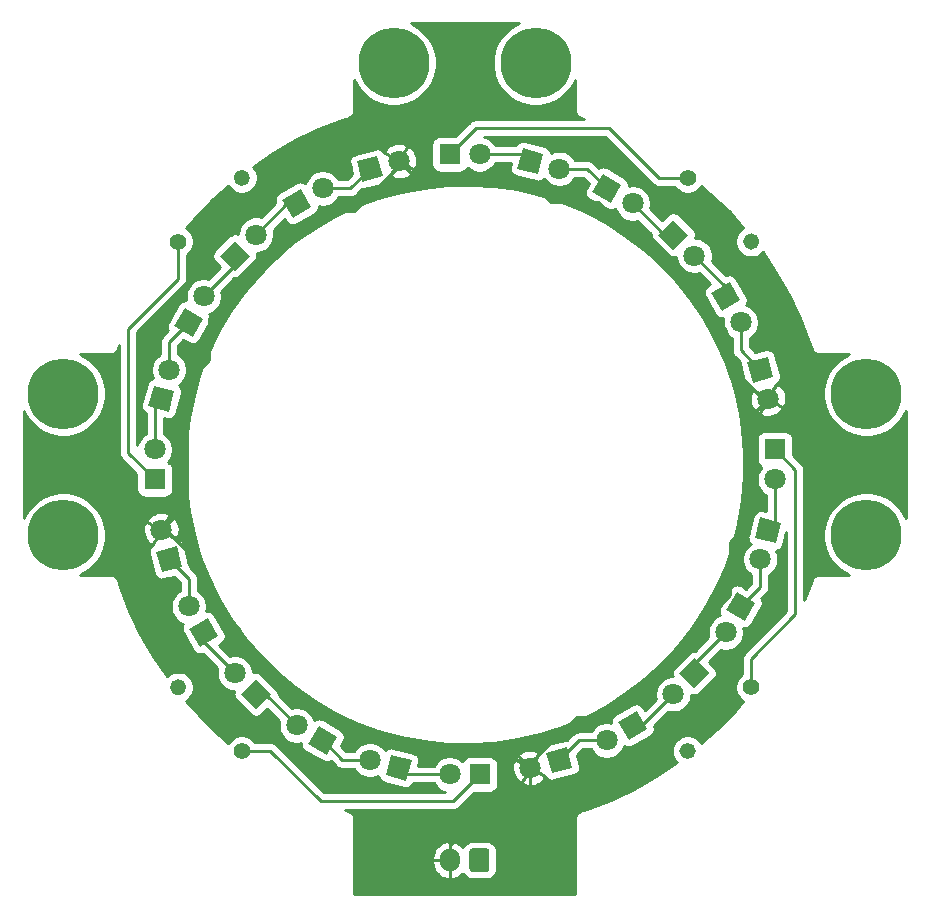
<source format=gbr>
%TF.GenerationSoftware,KiCad,Pcbnew,(5.1.6)-1*%
%TF.CreationDate,2020-08-06T18:29:28-04:00*%
%TF.ProjectId,RingLight,52696e67-4c69-4676-9874-2e6b69636164,rev?*%
%TF.SameCoordinates,Original*%
%TF.FileFunction,Copper,L1,Top*%
%TF.FilePolarity,Positive*%
%FSLAX46Y46*%
G04 Gerber Fmt 4.6, Leading zero omitted, Abs format (unit mm)*
G04 Created by KiCad (PCBNEW (5.1.6)-1) date 2020-08-06 18:29:28*
%MOMM*%
%LPD*%
G01*
G04 APERTURE LIST*
%TA.AperFunction,ComponentPad*%
%ADD10C,6.000000*%
%TD*%
%TA.AperFunction,ComponentPad*%
%ADD11C,0.100000*%
%TD*%
%TA.AperFunction,ComponentPad*%
%ADD12C,1.800000*%
%TD*%
%TA.AperFunction,ComponentPad*%
%ADD13R,1.800000X1.800000*%
%TD*%
%TA.AperFunction,ComponentPad*%
%ADD14C,1.400000*%
%TD*%
%TA.AperFunction,ComponentPad*%
%ADD15O,1.700000X2.000000*%
%TD*%
%TA.AperFunction,Conductor*%
%ADD16C,0.250000*%
%TD*%
%TA.AperFunction,Conductor*%
%ADD17C,0.254000*%
%TD*%
G04 APERTURE END LIST*
D10*
%TO.P,M3,1*%
%TO.N,GND*%
X94000000Y-66000000D03*
%TD*%
%TA.AperFunction,ComponentPad*%
D11*
%TO.P,D2,1*%
%TO.N,Net-(D1-Pad2)*%
G36*
X74952143Y-95534996D02*
G01*
X73213477Y-95069122D01*
X73679351Y-93330456D01*
X75418017Y-93796330D01*
X74952143Y-95534996D01*
G37*
%TD.AperFunction*%
D12*
%TO.P,D2,2*%
%TO.N,Net-(D2-Pad2)*%
X74973147Y-91979274D03*
%TD*%
%TA.AperFunction,ComponentPad*%
D11*
%TO.P,D3,1*%
%TO.N,Net-(D2-Pad2)*%
G36*
X76961256Y-89204275D02*
G01*
X75402410Y-88304275D01*
X76302410Y-86745429D01*
X77861256Y-87645429D01*
X76961256Y-89204275D01*
G37*
%TD.AperFunction*%
D12*
%TO.P,D3,2*%
%TO.N,Net-(D3-Pad2)*%
X77901833Y-85775147D03*
%TD*%
%TA.AperFunction,ComponentPad*%
D11*
%TO.P,D4,1*%
%TO.N,Net-(D3-Pad2)*%
G36*
X80540421Y-83609265D02*
G01*
X79267629Y-82336473D01*
X80540421Y-81063681D01*
X81813213Y-82336473D01*
X80540421Y-83609265D01*
G37*
%TD.AperFunction*%
D12*
%TO.P,D4,2*%
%TO.N,Net-(D4-Pad2)*%
X82336472Y-80540422D03*
%TD*%
%TA.AperFunction,ComponentPad*%
D11*
%TO.P,D5,1*%
%TO.N,Net-(D4-Pad2)*%
G36*
X85445725Y-79131256D02*
G01*
X84545725Y-77572410D01*
X86104571Y-76672410D01*
X87004571Y-78231256D01*
X85445725Y-79131256D01*
G37*
%TD.AperFunction*%
D12*
%TO.P,D5,2*%
%TO.N,Net-(D5-Pad2)*%
X87974853Y-76631833D03*
%TD*%
%TA.AperFunction,ComponentPad*%
D11*
%TO.P,D6,1*%
%TO.N,Net-(D5-Pad2)*%
G36*
X91342878Y-76075417D02*
G01*
X90877004Y-74336751D01*
X92615670Y-73870877D01*
X93081544Y-75609543D01*
X91342878Y-76075417D01*
G37*
%TD.AperFunction*%
D12*
%TO.P,D6,2*%
%TO.N,24V*%
X94432726Y-74315747D03*
%TD*%
D13*
%TO.P,D7,1*%
%TO.N,Net-(D7-Pad1)*%
X98730000Y-73750000D03*
D12*
%TO.P,D7,2*%
%TO.N,Net-(D7-Pad2)*%
X101270000Y-73750000D03*
%TD*%
%TA.AperFunction,ComponentPad*%
D11*
%TO.P,D8,1*%
%TO.N,Net-(D7-Pad2)*%
G36*
X104465004Y-74952143D02*
G01*
X104930878Y-73213477D01*
X106669544Y-73679351D01*
X106203670Y-75418017D01*
X104465004Y-74952143D01*
G37*
%TD.AperFunction*%
D12*
%TO.P,D8,2*%
%TO.N,Net-(D8-Pad2)*%
X108020726Y-74973147D03*
%TD*%
%TA.AperFunction,ComponentPad*%
D11*
%TO.P,D9,1*%
%TO.N,Net-(D8-Pad2)*%
G36*
X110795725Y-76961256D02*
G01*
X111695725Y-75402410D01*
X113254571Y-76302410D01*
X112354571Y-77861256D01*
X110795725Y-76961256D01*
G37*
%TD.AperFunction*%
D12*
%TO.P,D9,2*%
%TO.N,Net-(D10-Pad1)*%
X114224853Y-77901833D03*
%TD*%
%TA.AperFunction,ComponentPad*%
D11*
%TO.P,D10,1*%
%TO.N,Net-(D10-Pad1)*%
G36*
X116390735Y-80540421D02*
G01*
X117663527Y-79267629D01*
X118936319Y-80540421D01*
X117663527Y-81813213D01*
X116390735Y-80540421D01*
G37*
%TD.AperFunction*%
D12*
%TO.P,D10,2*%
%TO.N,Net-(D10-Pad2)*%
X119459578Y-82336472D03*
%TD*%
%TA.AperFunction,ComponentPad*%
D11*
%TO.P,D11,1*%
%TO.N,Net-(D10-Pad2)*%
G36*
X120868744Y-85445725D02*
G01*
X122427590Y-84545725D01*
X123327590Y-86104571D01*
X121768744Y-87004571D01*
X120868744Y-85445725D01*
G37*
%TD.AperFunction*%
D12*
%TO.P,D11,2*%
%TO.N,Net-(D11-Pad2)*%
X123368167Y-87974853D03*
%TD*%
%TA.AperFunction,ComponentPad*%
D11*
%TO.P,D12,1*%
%TO.N,Net-(D11-Pad2)*%
G36*
X123924583Y-91342878D02*
G01*
X125663249Y-90877004D01*
X126129123Y-92615670D01*
X124390457Y-93081544D01*
X123924583Y-91342878D01*
G37*
%TD.AperFunction*%
D12*
%TO.P,D12,2*%
%TO.N,24V*%
X125684253Y-94432726D03*
%TD*%
D13*
%TO.P,D13,1*%
%TO.N,Net-(D13-Pad1)*%
X126250000Y-98730000D03*
D12*
%TO.P,D13,2*%
%TO.N,Net-(D13-Pad2)*%
X126250000Y-101270000D03*
%TD*%
%TA.AperFunction,ComponentPad*%
D11*
%TO.P,D14,1*%
%TO.N,Net-(D13-Pad2)*%
G36*
X125047857Y-104465004D02*
G01*
X126786523Y-104930878D01*
X126320649Y-106669544D01*
X124581983Y-106203670D01*
X125047857Y-104465004D01*
G37*
%TD.AperFunction*%
D12*
%TO.P,D14,2*%
%TO.N,Net-(D14-Pad2)*%
X125026853Y-108020726D03*
%TD*%
%TA.AperFunction,ComponentPad*%
D11*
%TO.P,D15,1*%
%TO.N,Net-(D14-Pad2)*%
G36*
X123038744Y-110795725D02*
G01*
X124597590Y-111695725D01*
X123697590Y-113254571D01*
X122138744Y-112354571D01*
X123038744Y-110795725D01*
G37*
%TD.AperFunction*%
D12*
%TO.P,D15,2*%
%TO.N,Net-(D15-Pad2)*%
X122098167Y-114224853D03*
%TD*%
%TA.AperFunction,ComponentPad*%
D11*
%TO.P,D16,1*%
%TO.N,Net-(D15-Pad2)*%
G36*
X119459579Y-116390735D02*
G01*
X120732371Y-117663527D01*
X119459579Y-118936319D01*
X118186787Y-117663527D01*
X119459579Y-116390735D01*
G37*
%TD.AperFunction*%
D12*
%TO.P,D16,2*%
%TO.N,Net-(D16-Pad2)*%
X117663528Y-119459578D03*
%TD*%
%TA.AperFunction,ComponentPad*%
D11*
%TO.P,D17,1*%
%TO.N,Net-(D16-Pad2)*%
G36*
X114554275Y-120868744D02*
G01*
X115454275Y-122427590D01*
X113895429Y-123327590D01*
X112995429Y-121768744D01*
X114554275Y-120868744D01*
G37*
%TD.AperFunction*%
D12*
%TO.P,D17,2*%
%TO.N,Net-(D17-Pad2)*%
X112025147Y-123368167D03*
%TD*%
%TA.AperFunction,ComponentPad*%
D11*
%TO.P,D18,1*%
%TO.N,Net-(D17-Pad2)*%
G36*
X108657122Y-123924583D02*
G01*
X109122996Y-125663249D01*
X107384330Y-126129123D01*
X106918456Y-124390457D01*
X108657122Y-123924583D01*
G37*
%TD.AperFunction*%
D12*
%TO.P,D18,2*%
%TO.N,24V*%
X105567274Y-125684253D03*
%TD*%
D13*
%TO.P,D19,1*%
%TO.N,Net-(D19-Pad1)*%
X101270000Y-126250000D03*
D12*
%TO.P,D19,2*%
%TO.N,Net-(D19-Pad2)*%
X98730000Y-126250000D03*
%TD*%
%TA.AperFunction,ComponentPad*%
D11*
%TO.P,D20,1*%
%TO.N,Net-(D19-Pad2)*%
G36*
X95534996Y-125047857D02*
G01*
X95069122Y-126786523D01*
X93330456Y-126320649D01*
X93796330Y-124581983D01*
X95534996Y-125047857D01*
G37*
%TD.AperFunction*%
D12*
%TO.P,D20,2*%
%TO.N,Net-(D20-Pad2)*%
X91979274Y-125026853D03*
%TD*%
%TA.AperFunction,ComponentPad*%
D11*
%TO.P,D21,1*%
%TO.N,Net-(D20-Pad2)*%
G36*
X89204275Y-123038744D02*
G01*
X88304275Y-124597590D01*
X86745429Y-123697590D01*
X87645429Y-122138744D01*
X89204275Y-123038744D01*
G37*
%TD.AperFunction*%
D12*
%TO.P,D21,2*%
%TO.N,Net-(D21-Pad2)*%
X85775147Y-122098167D03*
%TD*%
%TA.AperFunction,ComponentPad*%
D11*
%TO.P,D22,1*%
%TO.N,Net-(D21-Pad2)*%
G36*
X83609265Y-119459579D02*
G01*
X82336473Y-120732371D01*
X81063681Y-119459579D01*
X82336473Y-118186787D01*
X83609265Y-119459579D01*
G37*
%TD.AperFunction*%
D12*
%TO.P,D22,2*%
%TO.N,Net-(D22-Pad2)*%
X80540422Y-117663528D03*
%TD*%
%TA.AperFunction,ComponentPad*%
D11*
%TO.P,D23,1*%
%TO.N,Net-(D22-Pad2)*%
G36*
X79131256Y-114554275D02*
G01*
X77572410Y-115454275D01*
X76672410Y-113895429D01*
X78231256Y-112995429D01*
X79131256Y-114554275D01*
G37*
%TD.AperFunction*%
D12*
%TO.P,D23,2*%
%TO.N,Net-(D23-Pad2)*%
X76631833Y-112025147D03*
%TD*%
%TA.AperFunction,ComponentPad*%
D11*
%TO.P,D24,1*%
%TO.N,Net-(D23-Pad2)*%
G36*
X76075417Y-108657122D02*
G01*
X74336751Y-109122996D01*
X73870877Y-107384330D01*
X75609543Y-106918456D01*
X76075417Y-108657122D01*
G37*
%TD.AperFunction*%
D12*
%TO.P,D24,2*%
%TO.N,24V*%
X74315747Y-105567274D03*
%TD*%
%TO.P,D1,2*%
%TO.N,Net-(D1-Pad2)*%
X73750000Y-98730000D03*
D13*
%TO.P,D1,1*%
%TO.N,Net-(D1-Pad1)*%
X73750000Y-101270000D03*
%TD*%
D14*
%TO.P,R2,1*%
%TO.N,Net-(D7-Pad1)*%
X118872680Y-75739166D03*
%TO.P,R2,2*%
%TO.N,GND*%
%TA.AperFunction,ComponentPad*%
G36*
G01*
X123765859Y-80632345D02*
X123765859Y-80632345D01*
G75*
G02*
X124755809Y-80632345I494975J-494975D01*
G01*
X124755809Y-80632345D01*
G75*
G02*
X124755809Y-81622295I-494975J-494975D01*
G01*
X124755809Y-81622295D01*
G75*
G02*
X123765859Y-81622295I-494975J494975D01*
G01*
X123765859Y-81622295D01*
G75*
G02*
X123765859Y-80632345I494975J494975D01*
G01*
G37*
%TD.AperFunction*%
%TD*%
D10*
%TO.P,M6,1*%
%TO.N,GND*%
X134000000Y-106000000D03*
%TD*%
%TO.P,M2,1*%
%TO.N,GND*%
X66000000Y-94000000D03*
%TD*%
%TO.P,M5,1*%
%TO.N,GND*%
X134000000Y-94000000D03*
%TD*%
%TO.P,M1,1*%
%TO.N,GND*%
X66000000Y-106000000D03*
%TD*%
%TO.P,M4,1*%
%TO.N,GND*%
X106000000Y-66000000D03*
%TD*%
D15*
%TO.P,J1,2*%
%TO.N,24V*%
X98750000Y-133500000D03*
%TO.P,J1,1*%
%TO.N,GND*%
%TA.AperFunction,ComponentPad*%
G36*
G01*
X102100000Y-132750000D02*
X102100000Y-134250000D01*
G75*
G02*
X101850000Y-134500000I-250000J0D01*
G01*
X100650000Y-134500000D01*
G75*
G02*
X100400000Y-134250000I0J250000D01*
G01*
X100400000Y-132750000D01*
G75*
G02*
X100650000Y-132500000I250000J0D01*
G01*
X101850000Y-132500000D01*
G75*
G02*
X102100000Y-132750000I0J-250000D01*
G01*
G37*
%TD.AperFunction*%
%TD*%
D14*
%TO.P,R1,1*%
%TO.N,Net-(D1-Pad1)*%
X75739166Y-81127320D03*
%TO.P,R1,2*%
%TO.N,GND*%
%TA.AperFunction,ComponentPad*%
G36*
G01*
X80632345Y-76234141D02*
X80632345Y-76234141D01*
G75*
G02*
X80632345Y-75244191I494975J494975D01*
G01*
X80632345Y-75244191D01*
G75*
G02*
X81622295Y-75244191I494975J-494975D01*
G01*
X81622295Y-75244191D01*
G75*
G02*
X81622295Y-76234141I-494975J-494975D01*
G01*
X81622295Y-76234141D01*
G75*
G02*
X80632345Y-76234141I-494975J494975D01*
G01*
G37*
%TD.AperFunction*%
%TD*%
%TO.P,R3,1*%
%TO.N,Net-(D13-Pad1)*%
X124260834Y-118872680D03*
%TO.P,R3,2*%
%TO.N,GND*%
%TA.AperFunction,ComponentPad*%
G36*
G01*
X119367655Y-123765859D02*
X119367655Y-123765859D01*
G75*
G02*
X119367655Y-124755809I-494975J-494975D01*
G01*
X119367655Y-124755809D01*
G75*
G02*
X118377705Y-124755809I-494975J494975D01*
G01*
X118377705Y-124755809D01*
G75*
G02*
X118377705Y-123765859I494975J494975D01*
G01*
X118377705Y-123765859D01*
G75*
G02*
X119367655Y-123765859I494975J-494975D01*
G01*
G37*
%TD.AperFunction*%
%TD*%
%TO.P,R4,1*%
%TO.N,Net-(D19-Pad1)*%
X81127320Y-124260834D03*
%TO.P,R4,2*%
%TO.N,GND*%
%TA.AperFunction,ComponentPad*%
G36*
G01*
X76234141Y-119367655D02*
X76234141Y-119367655D01*
G75*
G02*
X75244191Y-119367655I-494975J494975D01*
G01*
X75244191Y-119367655D01*
G75*
G02*
X75244191Y-118377705I494975J494975D01*
G01*
X75244191Y-118377705D01*
G75*
G02*
X76234141Y-118377705I494975J-494975D01*
G01*
X76234141Y-118377705D01*
G75*
G02*
X76234141Y-119367655I-494975J-494975D01*
G01*
G37*
%TD.AperFunction*%
%TD*%
D16*
%TO.N,Net-(D1-Pad2)*%
X73750000Y-94998473D02*
X74315747Y-94432726D01*
X73750000Y-98730000D02*
X73750000Y-94998473D01*
%TO.N,Net-(D1-Pad1)*%
X75739166Y-81127320D02*
X75739166Y-84260834D01*
X75739166Y-84260834D02*
X71500000Y-88500000D01*
X71500000Y-99020000D02*
X73750000Y-101270000D01*
X71500000Y-88500000D02*
X71500000Y-99020000D01*
%TO.N,Net-(D7-Pad1)*%
X100980000Y-71500000D02*
X98730000Y-73750000D01*
X112202754Y-71500000D02*
X100980000Y-71500000D01*
X118872680Y-75739166D02*
X116441920Y-75739166D01*
X116441920Y-75739166D02*
X112202754Y-71500000D01*
%TO.N,Net-(D7-Pad2)*%
X105001527Y-73750000D02*
X105567274Y-74315747D01*
X101270000Y-73750000D02*
X105001527Y-73750000D01*
%TO.N,Net-(D10-Pad2)*%
X122098167Y-84975061D02*
X122098167Y-85775148D01*
X119459578Y-82336472D02*
X122098167Y-84975061D01*
%TO.N,Net-(D10-Pad1)*%
X116863441Y-80540421D02*
X117663527Y-80540421D01*
X114224853Y-77901833D02*
X116863441Y-80540421D01*
%TO.N,Net-(D13-Pad1)*%
X128000000Y-100480000D02*
X126250000Y-98730000D01*
X128000000Y-112702752D02*
X128000000Y-100480000D01*
X124260834Y-118872680D02*
X124260834Y-116441918D01*
X124260834Y-116441918D02*
X128000000Y-112702752D01*
%TO.N,Net-(D13-Pad2)*%
X126250000Y-105001527D02*
X125684253Y-105567274D01*
X126250000Y-101270000D02*
X126250000Y-105001527D01*
%TO.N,Net-(D19-Pad1)*%
X83558081Y-124260834D02*
X87797247Y-128500000D01*
X81127320Y-124260834D02*
X83558081Y-124260834D01*
X99020000Y-128500000D02*
X101270000Y-126250000D01*
X87797247Y-128500000D02*
X99020000Y-128500000D01*
%TO.N,Net-(D19-Pad2)*%
X94998473Y-126250000D02*
X94432726Y-125684253D01*
X98730000Y-126250000D02*
X94998473Y-126250000D01*
%TO.N,Net-(D2-Pad2)*%
X74973147Y-89633538D02*
X76631833Y-87974852D01*
X74973147Y-91979274D02*
X74973147Y-89633538D01*
%TO.N,Net-(D3-Pad2)*%
X80540421Y-83136559D02*
X80540421Y-82336473D01*
X77901833Y-85775147D02*
X80540421Y-83136559D01*
%TO.N,Net-(D4-Pad2)*%
X84975061Y-77901833D02*
X85775148Y-77901833D01*
X82336472Y-80540422D02*
X84975061Y-77901833D01*
%TO.N,Net-(D5-Pad2)*%
X90320588Y-76631833D02*
X91979274Y-74973147D01*
X87974853Y-76631833D02*
X90320588Y-76631833D01*
%TO.N,24V*%
X98750000Y-133500000D02*
X98750000Y-132250000D01*
X98750000Y-132250000D02*
X101000000Y-130000000D01*
X101000000Y-130000000D02*
X105000000Y-130000000D01*
X105567274Y-129432726D02*
X105567274Y-125684253D01*
X105000000Y-130000000D02*
X105567274Y-129432726D01*
X109490708Y-121358571D02*
X112141429Y-121358571D01*
X105567274Y-125684253D02*
X105567274Y-125282005D01*
X105567274Y-125282005D02*
X109490708Y-121358571D01*
X122428342Y-106576749D02*
X124000000Y-105005091D01*
X112141429Y-121358571D02*
X122428342Y-111071658D01*
X122428342Y-111071658D02*
X122428342Y-106576749D01*
X124000000Y-96116979D02*
X125684253Y-94432726D01*
X124000000Y-105005091D02*
X124000000Y-96116979D01*
X96116979Y-76000000D02*
X94432726Y-74315747D01*
X105500000Y-76000000D02*
X96116979Y-76000000D01*
X125282005Y-94432726D02*
X122143166Y-91293887D01*
X125684253Y-94432726D02*
X125282005Y-94432726D01*
X107294262Y-77794262D02*
X105500000Y-76000000D01*
X111294262Y-77794262D02*
X107294262Y-77794262D01*
X122143166Y-91293887D02*
X122143166Y-88643166D01*
X122143166Y-88643166D02*
X111294262Y-77794262D01*
X76500000Y-103383021D02*
X74315747Y-105567274D01*
X78380640Y-91119361D02*
X76500000Y-93000001D01*
X78380640Y-87619360D02*
X78380640Y-91119361D01*
X94432726Y-74315747D02*
X94432726Y-74717995D01*
X94432726Y-74717995D02*
X90650721Y-78500000D01*
X84000000Y-82500000D02*
X83500000Y-82500000D01*
X76500000Y-93000001D02*
X76500000Y-103383021D01*
X83500000Y-82500000D02*
X78380640Y-87619360D01*
X90650721Y-78500000D02*
X88000000Y-78500000D01*
X88000000Y-78500000D02*
X84000000Y-82500000D01*
X74717995Y-105567274D02*
X78000000Y-108849279D01*
X74315747Y-105567274D02*
X74717995Y-105567274D01*
X78000000Y-108849279D02*
X78000000Y-111000000D01*
X78000000Y-111000000D02*
X81000000Y-114000000D01*
X81000000Y-114000000D02*
X81000000Y-115000000D01*
X81000000Y-115000000D02*
X86000000Y-120000000D01*
X86000000Y-120000000D02*
X87000000Y-120000000D01*
X87000000Y-120000000D02*
X89000000Y-122000000D01*
X89000000Y-122000000D02*
X91000000Y-122000000D01*
X91000000Y-122000000D02*
X92500000Y-123500000D01*
X92500000Y-123500000D02*
X96500000Y-123500000D01*
X96500000Y-123500000D02*
X97000000Y-124000000D01*
X103883021Y-124000000D02*
X105567274Y-125684253D01*
X97000000Y-124000000D02*
X103883021Y-124000000D01*
%TO.N,Net-(D8-Pad2)*%
X110366462Y-74973147D02*
X112025148Y-76631833D01*
X108020726Y-74973147D02*
X110366462Y-74973147D01*
%TO.N,Net-(D11-Pad2)*%
X123368167Y-90320588D02*
X125026853Y-91979274D01*
X123368167Y-87974853D02*
X123368167Y-90320588D01*
%TO.N,Net-(D14-Pad2)*%
X125026853Y-110366462D02*
X123368167Y-112025148D01*
X125026853Y-108020726D02*
X125026853Y-110366462D01*
%TO.N,Net-(D15-Pad2)*%
X119459579Y-116863441D02*
X119459579Y-117663527D01*
X122098167Y-114224853D02*
X119459579Y-116863441D01*
%TO.N,Net-(D16-Pad2)*%
X115024939Y-122098167D02*
X114224852Y-122098167D01*
X117663528Y-119459578D02*
X115024939Y-122098167D01*
%TO.N,Net-(D17-Pad2)*%
X109679412Y-123368167D02*
X108020726Y-125026853D01*
X112025147Y-123368167D02*
X109679412Y-123368167D01*
%TO.N,Net-(D20-Pad2)*%
X89633538Y-125026853D02*
X87974852Y-123368167D01*
X91979274Y-125026853D02*
X89633538Y-125026853D01*
%TO.N,Net-(D21-Pad2)*%
X83136559Y-119459579D02*
X82336473Y-119459579D01*
X85775147Y-122098167D02*
X83136559Y-119459579D01*
%TO.N,Net-(D22-Pad2)*%
X77901833Y-115024939D02*
X77901833Y-114224852D01*
X80540422Y-117663528D02*
X77901833Y-115024939D01*
%TO.N,Net-(D23-Pad2)*%
X76631833Y-109679412D02*
X74973147Y-108020726D01*
X76631833Y-112025147D02*
X76631833Y-109679412D01*
%TD*%
D17*
%TO.N,24V*%
G36*
X104278182Y-62778705D02*
G01*
X103682823Y-63176511D01*
X103176511Y-63682823D01*
X102778705Y-64278182D01*
X102504691Y-64939710D01*
X102365000Y-65641984D01*
X102365000Y-66358016D01*
X102504691Y-67060290D01*
X102778705Y-67721818D01*
X103176511Y-68317177D01*
X103682823Y-68823489D01*
X104278182Y-69221295D01*
X104939710Y-69495309D01*
X105641984Y-69635000D01*
X106358016Y-69635000D01*
X107060290Y-69495309D01*
X107721818Y-69221295D01*
X108317177Y-68823489D01*
X108823489Y-68317177D01*
X109221295Y-67721818D01*
X109340001Y-67435237D01*
X109340001Y-70032419D01*
X109343109Y-70063980D01*
X109343111Y-70064005D01*
X109343115Y-70064032D01*
X109349551Y-70129383D01*
X109387291Y-70253793D01*
X109448576Y-70368450D01*
X109531053Y-70468948D01*
X109631551Y-70551425D01*
X109746208Y-70612710D01*
X109788751Y-70625615D01*
X110095748Y-70740000D01*
X101017333Y-70740000D01*
X100980000Y-70736323D01*
X100942667Y-70740000D01*
X100831014Y-70750997D01*
X100687753Y-70794454D01*
X100555724Y-70865026D01*
X100439999Y-70959999D01*
X100416201Y-70988997D01*
X99193271Y-72211928D01*
X97830000Y-72211928D01*
X97705518Y-72224188D01*
X97585820Y-72260498D01*
X97475506Y-72319463D01*
X97378815Y-72398815D01*
X97299463Y-72495506D01*
X97240498Y-72605820D01*
X97204188Y-72725518D01*
X97191928Y-72850000D01*
X97191928Y-74650000D01*
X97204188Y-74774482D01*
X97240498Y-74894180D01*
X97299463Y-75004494D01*
X97378815Y-75101185D01*
X97475506Y-75180537D01*
X97585820Y-75239502D01*
X97705518Y-75275812D01*
X97830000Y-75288072D01*
X99630000Y-75288072D01*
X99754482Y-75275812D01*
X99874180Y-75239502D01*
X99984494Y-75180537D01*
X100081185Y-75101185D01*
X100160537Y-75004494D01*
X100219502Y-74894180D01*
X100225056Y-74875873D01*
X100291495Y-74942312D01*
X100542905Y-75110299D01*
X100822257Y-75226011D01*
X101118816Y-75285000D01*
X101421184Y-75285000D01*
X101717743Y-75226011D01*
X101997095Y-75110299D01*
X102248505Y-74942312D01*
X102462312Y-74728505D01*
X102608313Y-74510000D01*
X103922895Y-74510000D01*
X103848674Y-74786998D01*
X103828298Y-74910411D01*
X103832391Y-75035428D01*
X103860794Y-75157245D01*
X103912417Y-75271179D01*
X103985276Y-75372853D01*
X104076570Y-75458360D01*
X104182792Y-75524412D01*
X104299859Y-75568473D01*
X106038525Y-76034347D01*
X106161938Y-76054723D01*
X106286955Y-76050630D01*
X106408772Y-76022227D01*
X106522706Y-75970604D01*
X106624380Y-75897745D01*
X106709887Y-75806451D01*
X106720254Y-75789779D01*
X106828414Y-75951652D01*
X107042221Y-76165459D01*
X107293631Y-76333446D01*
X107572983Y-76449158D01*
X107869542Y-76508147D01*
X108171910Y-76508147D01*
X108468469Y-76449158D01*
X108747821Y-76333446D01*
X108999231Y-76165459D01*
X109213038Y-75951652D01*
X109359039Y-75733147D01*
X110051661Y-75733147D01*
X110505796Y-76187283D01*
X110243138Y-76642220D01*
X110191515Y-76756155D01*
X110163112Y-76877971D01*
X110159019Y-77002988D01*
X110179395Y-77126401D01*
X110223456Y-77243468D01*
X110289508Y-77349690D01*
X110375015Y-77440984D01*
X110476689Y-77513843D01*
X112035535Y-78413843D01*
X112149470Y-78465466D01*
X112271286Y-78493869D01*
X112396303Y-78497962D01*
X112519716Y-78477586D01*
X112636783Y-78433525D01*
X112743005Y-78367473D01*
X112752552Y-78358532D01*
X112864554Y-78628928D01*
X113032541Y-78880338D01*
X113246348Y-79094145D01*
X113497758Y-79262132D01*
X113777110Y-79377844D01*
X114073669Y-79436833D01*
X114376037Y-79436833D01*
X114633783Y-79385564D01*
X115755889Y-80507670D01*
X115752663Y-80540421D01*
X115764923Y-80664903D01*
X115801233Y-80784601D01*
X115860198Y-80894915D01*
X115939550Y-80991606D01*
X117212342Y-82264398D01*
X117309033Y-82343750D01*
X117419347Y-82402715D01*
X117539045Y-82439025D01*
X117663527Y-82451285D01*
X117788009Y-82439025D01*
X117907707Y-82402715D01*
X117924578Y-82393697D01*
X117924578Y-82487656D01*
X117983567Y-82784215D01*
X118099279Y-83063567D01*
X118267266Y-83314977D01*
X118481073Y-83528784D01*
X118732483Y-83696771D01*
X119011835Y-83812483D01*
X119308394Y-83871472D01*
X119610762Y-83871472D01*
X119868508Y-83820203D01*
X120798058Y-84749753D01*
X120549708Y-84893138D01*
X120448034Y-84965997D01*
X120362527Y-85057291D01*
X120296475Y-85163513D01*
X120252414Y-85280580D01*
X120232038Y-85403993D01*
X120236131Y-85529010D01*
X120264534Y-85650826D01*
X120316157Y-85764761D01*
X121216157Y-87323607D01*
X121289016Y-87425281D01*
X121380310Y-87510788D01*
X121486532Y-87576840D01*
X121603599Y-87620901D01*
X121727012Y-87641277D01*
X121852029Y-87637184D01*
X121871148Y-87632726D01*
X121833167Y-87823669D01*
X121833167Y-88126037D01*
X121892156Y-88422596D01*
X122007868Y-88701948D01*
X122175855Y-88953358D01*
X122389662Y-89167165D01*
X122608168Y-89313166D01*
X122608168Y-90283256D01*
X122604491Y-90320588D01*
X122608168Y-90357921D01*
X122619165Y-90469574D01*
X122632313Y-90512917D01*
X122662621Y-90612834D01*
X122733193Y-90744864D01*
X122804368Y-90831590D01*
X122828167Y-90860589D01*
X122857165Y-90884387D01*
X123290081Y-91317303D01*
X123287877Y-91384610D01*
X123308253Y-91508023D01*
X123774127Y-93246689D01*
X123818188Y-93363756D01*
X123884240Y-93469978D01*
X123969747Y-93561272D01*
X124071421Y-93634131D01*
X124185355Y-93685754D01*
X124307172Y-93714157D01*
X124432189Y-93718250D01*
X124497745Y-93707426D01*
X124497619Y-93721064D01*
X125544451Y-94325453D01*
X125637583Y-94418585D01*
X125662538Y-94393630D01*
X125675834Y-94401307D01*
X126356077Y-93223092D01*
X126349149Y-93211344D01*
X126411335Y-93187939D01*
X126517557Y-93121887D01*
X126608851Y-93036380D01*
X126681710Y-92934706D01*
X126733333Y-92820772D01*
X126761736Y-92698955D01*
X126765829Y-92573938D01*
X126745453Y-92450525D01*
X126279579Y-90711859D01*
X126235518Y-90594792D01*
X126169466Y-90488570D01*
X126083959Y-90397276D01*
X125982285Y-90324417D01*
X125868351Y-90272794D01*
X125746534Y-90244391D01*
X125621517Y-90240298D01*
X125498104Y-90260674D01*
X124618692Y-90496312D01*
X124128167Y-90005787D01*
X124128167Y-89313166D01*
X124346672Y-89167165D01*
X124560479Y-88953358D01*
X124728466Y-88701948D01*
X124844178Y-88422596D01*
X124903167Y-88126037D01*
X124903167Y-87823669D01*
X124844178Y-87527110D01*
X124728466Y-87247758D01*
X124560479Y-86996348D01*
X124346672Y-86782541D01*
X124095262Y-86614554D01*
X123824866Y-86502552D01*
X123833807Y-86493005D01*
X123899859Y-86386783D01*
X123943920Y-86269716D01*
X123964296Y-86146303D01*
X123960203Y-86021286D01*
X123931800Y-85899470D01*
X123880177Y-85785535D01*
X122980177Y-84226689D01*
X122907318Y-84125015D01*
X122816024Y-84039508D01*
X122709802Y-83973456D01*
X122592735Y-83929395D01*
X122469322Y-83909019D01*
X122344305Y-83913112D01*
X122222489Y-83941515D01*
X122165324Y-83967416D01*
X120943309Y-82745402D01*
X120994578Y-82487656D01*
X120994578Y-82185288D01*
X120935589Y-81888729D01*
X120819877Y-81609377D01*
X120651890Y-81357967D01*
X120438083Y-81144160D01*
X120186673Y-80976173D01*
X119907321Y-80860461D01*
X119610762Y-80801472D01*
X119516803Y-80801472D01*
X119525821Y-80784601D01*
X119562131Y-80664903D01*
X119574391Y-80540421D01*
X119562131Y-80415939D01*
X119525821Y-80296241D01*
X119466856Y-80185927D01*
X119387504Y-80089236D01*
X118114712Y-78816444D01*
X118018021Y-78737092D01*
X117907707Y-78678127D01*
X117788009Y-78641817D01*
X117663527Y-78629557D01*
X117539045Y-78641817D01*
X117419347Y-78678127D01*
X117309033Y-78737092D01*
X117212342Y-78816444D01*
X116713304Y-79315482D01*
X115708584Y-78310763D01*
X115759853Y-78053017D01*
X115759853Y-77750649D01*
X115700864Y-77454090D01*
X115585152Y-77174738D01*
X115417165Y-76923328D01*
X115203358Y-76709521D01*
X114951948Y-76541534D01*
X114672596Y-76425822D01*
X114376037Y-76366833D01*
X114073669Y-76366833D01*
X113882726Y-76404814D01*
X113887184Y-76385695D01*
X113891277Y-76260678D01*
X113870901Y-76137265D01*
X113826840Y-76020198D01*
X113760788Y-75913976D01*
X113675281Y-75822682D01*
X113573607Y-75749823D01*
X112014761Y-74849823D01*
X111900826Y-74798200D01*
X111779010Y-74769797D01*
X111653993Y-74765704D01*
X111530580Y-74786080D01*
X111413513Y-74830141D01*
X111342448Y-74874331D01*
X110930266Y-74462150D01*
X110906463Y-74433146D01*
X110790738Y-74338173D01*
X110658709Y-74267601D01*
X110515448Y-74224144D01*
X110403795Y-74213147D01*
X110403784Y-74213147D01*
X110366462Y-74209471D01*
X110329140Y-74213147D01*
X109359039Y-74213147D01*
X109213038Y-73994642D01*
X108999231Y-73780835D01*
X108747821Y-73612848D01*
X108468469Y-73497136D01*
X108171910Y-73438147D01*
X107869542Y-73438147D01*
X107572983Y-73497136D01*
X107302585Y-73609139D01*
X107302157Y-73596066D01*
X107273754Y-73474249D01*
X107222131Y-73360315D01*
X107149272Y-73258641D01*
X107057978Y-73173134D01*
X106951756Y-73107082D01*
X106834689Y-73063021D01*
X105096023Y-72597147D01*
X104972610Y-72576771D01*
X104847593Y-72580864D01*
X104725776Y-72609267D01*
X104611842Y-72660890D01*
X104510168Y-72733749D01*
X104424661Y-72825043D01*
X104358609Y-72931265D01*
X104336503Y-72990000D01*
X102608313Y-72990000D01*
X102462312Y-72771495D01*
X102248505Y-72557688D01*
X101997095Y-72389701D01*
X101717743Y-72273989D01*
X101647415Y-72260000D01*
X111887953Y-72260000D01*
X115878121Y-76250169D01*
X115901919Y-76279167D01*
X115930917Y-76302965D01*
X116017643Y-76374140D01*
X116083095Y-76409125D01*
X116149673Y-76444712D01*
X116292934Y-76488169D01*
X116404587Y-76499166D01*
X116404596Y-76499166D01*
X116441919Y-76502842D01*
X116479242Y-76499166D01*
X117774905Y-76499166D01*
X117835718Y-76590179D01*
X118021667Y-76776128D01*
X118240321Y-76922227D01*
X118483275Y-77022862D01*
X118741194Y-77074166D01*
X119004166Y-77074166D01*
X119262085Y-77022862D01*
X119505039Y-76922227D01*
X119723693Y-76776128D01*
X119909642Y-76590179D01*
X120028348Y-76412522D01*
X120891949Y-77148414D01*
X122435096Y-78661420D01*
X123593424Y-79967679D01*
X123409821Y-80090358D01*
X123223872Y-80276307D01*
X123077773Y-80494961D01*
X122977138Y-80737915D01*
X122925834Y-80995834D01*
X122925834Y-81258806D01*
X122977138Y-81516725D01*
X123077773Y-81759679D01*
X123223872Y-81978333D01*
X123409821Y-82164282D01*
X123628475Y-82310381D01*
X123871429Y-82411016D01*
X124129348Y-82462320D01*
X124392320Y-82462320D01*
X124650239Y-82411016D01*
X124893193Y-82310381D01*
X125111847Y-82164282D01*
X125225671Y-82050458D01*
X126381381Y-83792247D01*
X127447713Y-85671999D01*
X128380318Y-87621547D01*
X129177707Y-89639112D01*
X129371981Y-90203328D01*
X129387290Y-90253794D01*
X129448575Y-90368451D01*
X129531052Y-90468949D01*
X129631550Y-90551426D01*
X129746207Y-90612711D01*
X129870617Y-90650451D01*
X129967581Y-90660001D01*
X132564760Y-90660000D01*
X132278182Y-90778705D01*
X131682823Y-91176511D01*
X131176511Y-91682823D01*
X130778705Y-92278182D01*
X130504691Y-92939710D01*
X130365000Y-93641984D01*
X130365000Y-94358016D01*
X130504691Y-95060290D01*
X130778705Y-95721818D01*
X131176511Y-96317177D01*
X131682823Y-96823489D01*
X132278182Y-97221295D01*
X132939710Y-97495309D01*
X133641984Y-97635000D01*
X134358016Y-97635000D01*
X135060290Y-97495309D01*
X135721818Y-97221295D01*
X136317177Y-96823489D01*
X136823489Y-96317177D01*
X137221295Y-95721818D01*
X137340000Y-95435239D01*
X137340001Y-104564763D01*
X137221295Y-104278182D01*
X136823489Y-103682823D01*
X136317177Y-103176511D01*
X135721818Y-102778705D01*
X135060290Y-102504691D01*
X134358016Y-102365000D01*
X133641984Y-102365000D01*
X132939710Y-102504691D01*
X132278182Y-102778705D01*
X131682823Y-103176511D01*
X131176511Y-103682823D01*
X130778705Y-104278182D01*
X130504691Y-104939710D01*
X130365000Y-105641984D01*
X130365000Y-106358016D01*
X130504691Y-107060290D01*
X130778705Y-107721818D01*
X131176511Y-108317177D01*
X131682823Y-108823489D01*
X132278182Y-109221295D01*
X132564761Y-109340000D01*
X129967580Y-109340000D01*
X129870616Y-109349550D01*
X129746206Y-109387290D01*
X129631549Y-109448575D01*
X129531051Y-109531052D01*
X129448574Y-109631550D01*
X129387289Y-109746207D01*
X129374378Y-109788769D01*
X128760000Y-111437702D01*
X128760000Y-100517325D01*
X128763676Y-100480000D01*
X128760000Y-100442675D01*
X128760000Y-100442667D01*
X128749003Y-100331014D01*
X128705546Y-100187753D01*
X128634974Y-100055724D01*
X128540001Y-99939999D01*
X128511003Y-99916201D01*
X127788072Y-99193270D01*
X127788072Y-97830000D01*
X127775812Y-97705518D01*
X127739502Y-97585820D01*
X127680537Y-97475506D01*
X127601185Y-97378815D01*
X127504494Y-97299463D01*
X127394180Y-97240498D01*
X127274482Y-97204188D01*
X127150000Y-97191928D01*
X125350000Y-97191928D01*
X125225518Y-97204188D01*
X125105820Y-97240498D01*
X124995506Y-97299463D01*
X124898815Y-97378815D01*
X124819463Y-97475506D01*
X124760498Y-97585820D01*
X124724188Y-97705518D01*
X124711928Y-97830000D01*
X124711928Y-99630000D01*
X124724188Y-99754482D01*
X124760498Y-99874180D01*
X124819463Y-99984494D01*
X124898815Y-100081185D01*
X124995506Y-100160537D01*
X125105820Y-100219502D01*
X125124127Y-100225056D01*
X125057688Y-100291495D01*
X124889701Y-100542905D01*
X124773989Y-100822257D01*
X124715000Y-101118816D01*
X124715000Y-101421184D01*
X124773989Y-101717743D01*
X124889701Y-101997095D01*
X125057688Y-102248505D01*
X125271495Y-102462312D01*
X125490000Y-102608313D01*
X125490001Y-103922896D01*
X125213002Y-103848674D01*
X125089589Y-103828298D01*
X124964572Y-103832391D01*
X124842755Y-103860794D01*
X124728821Y-103912417D01*
X124627147Y-103985276D01*
X124541640Y-104076570D01*
X124475588Y-104182792D01*
X124431527Y-104299859D01*
X123965653Y-106038525D01*
X123945277Y-106161938D01*
X123949370Y-106286955D01*
X123977773Y-106408772D01*
X124029396Y-106522706D01*
X124102255Y-106624380D01*
X124193549Y-106709887D01*
X124210221Y-106720254D01*
X124048348Y-106828414D01*
X123834541Y-107042221D01*
X123666554Y-107293631D01*
X123550842Y-107572983D01*
X123491853Y-107869542D01*
X123491853Y-108171910D01*
X123550842Y-108468469D01*
X123666554Y-108747821D01*
X123834541Y-108999231D01*
X124048348Y-109213038D01*
X124266854Y-109359039D01*
X124266854Y-110051659D01*
X123812717Y-110505796D01*
X123357780Y-110243138D01*
X123243845Y-110191515D01*
X123122029Y-110163112D01*
X122997012Y-110159019D01*
X122873599Y-110179395D01*
X122756532Y-110223456D01*
X122650310Y-110289508D01*
X122559016Y-110375015D01*
X122486157Y-110476689D01*
X121586157Y-112035535D01*
X121534534Y-112149470D01*
X121506131Y-112271286D01*
X121502038Y-112396303D01*
X121522414Y-112519716D01*
X121566475Y-112636783D01*
X121632527Y-112743005D01*
X121641468Y-112752552D01*
X121371072Y-112864554D01*
X121119662Y-113032541D01*
X120905855Y-113246348D01*
X120737868Y-113497758D01*
X120622156Y-113777110D01*
X120563167Y-114073669D01*
X120563167Y-114376037D01*
X120614436Y-114633783D01*
X119492330Y-115755889D01*
X119459579Y-115752663D01*
X119335097Y-115764923D01*
X119215399Y-115801233D01*
X119105085Y-115860198D01*
X119008394Y-115939550D01*
X117735602Y-117212342D01*
X117656250Y-117309033D01*
X117597285Y-117419347D01*
X117560975Y-117539045D01*
X117548715Y-117663527D01*
X117560975Y-117788009D01*
X117597285Y-117907707D01*
X117606303Y-117924578D01*
X117512344Y-117924578D01*
X117215785Y-117983567D01*
X116936433Y-118099279D01*
X116685023Y-118267266D01*
X116471216Y-118481073D01*
X116303229Y-118732483D01*
X116187517Y-119011835D01*
X116128528Y-119308394D01*
X116128528Y-119610762D01*
X116179797Y-119868508D01*
X115250247Y-120798058D01*
X115106862Y-120549708D01*
X115034003Y-120448034D01*
X114942709Y-120362527D01*
X114836487Y-120296475D01*
X114719420Y-120252414D01*
X114596007Y-120232038D01*
X114470990Y-120236131D01*
X114349174Y-120264534D01*
X114235239Y-120316157D01*
X112676393Y-121216157D01*
X112574719Y-121289016D01*
X112489212Y-121380310D01*
X112423160Y-121486532D01*
X112379099Y-121603599D01*
X112358723Y-121727012D01*
X112362816Y-121852029D01*
X112367274Y-121871148D01*
X112176331Y-121833167D01*
X111873963Y-121833167D01*
X111577404Y-121892156D01*
X111298052Y-122007868D01*
X111046642Y-122175855D01*
X110832835Y-122389662D01*
X110686834Y-122608167D01*
X109716734Y-122608167D01*
X109679411Y-122604491D01*
X109642088Y-122608167D01*
X109642079Y-122608167D01*
X109530426Y-122619164D01*
X109387165Y-122662621D01*
X109255136Y-122733193D01*
X109139411Y-122828166D01*
X109115613Y-122857164D01*
X108682697Y-123290081D01*
X108615390Y-123287877D01*
X108491977Y-123308253D01*
X106753311Y-123774127D01*
X106636244Y-123818188D01*
X106530022Y-123884240D01*
X106438728Y-123969747D01*
X106365869Y-124071421D01*
X106314246Y-124185355D01*
X106285843Y-124307172D01*
X106281750Y-124432189D01*
X106292574Y-124497745D01*
X106278936Y-124497619D01*
X105674547Y-125544451D01*
X105581415Y-125637583D01*
X105606370Y-125662538D01*
X105598693Y-125675834D01*
X106776908Y-126356077D01*
X106788656Y-126349149D01*
X106812061Y-126411335D01*
X106878113Y-126517557D01*
X106963620Y-126608851D01*
X107065294Y-126681710D01*
X107179228Y-126733333D01*
X107301045Y-126761736D01*
X107426062Y-126765829D01*
X107549475Y-126745453D01*
X109288141Y-126279579D01*
X109405208Y-126235518D01*
X109511430Y-126169466D01*
X109602724Y-126083959D01*
X109675583Y-125982285D01*
X109727206Y-125868351D01*
X109755609Y-125746534D01*
X109759702Y-125621517D01*
X109739326Y-125498104D01*
X109503688Y-124618692D01*
X109994214Y-124128167D01*
X110686834Y-124128167D01*
X110832835Y-124346672D01*
X111046642Y-124560479D01*
X111298052Y-124728466D01*
X111577404Y-124844178D01*
X111873963Y-124903167D01*
X112176331Y-124903167D01*
X112472890Y-124844178D01*
X112752242Y-124728466D01*
X113003652Y-124560479D01*
X113217459Y-124346672D01*
X113385446Y-124095262D01*
X113497448Y-123824866D01*
X113506995Y-123833807D01*
X113613217Y-123899859D01*
X113730284Y-123943920D01*
X113853697Y-123964296D01*
X113978714Y-123960203D01*
X114100530Y-123931800D01*
X114214465Y-123880177D01*
X115773311Y-122980177D01*
X115874985Y-122907318D01*
X115960492Y-122816024D01*
X116026544Y-122709802D01*
X116070605Y-122592735D01*
X116090981Y-122469322D01*
X116086888Y-122344305D01*
X116058485Y-122222489D01*
X116032584Y-122165323D01*
X117254598Y-120943309D01*
X117512344Y-120994578D01*
X117814712Y-120994578D01*
X118111271Y-120935589D01*
X118390623Y-120819877D01*
X118642033Y-120651890D01*
X118855840Y-120438083D01*
X119023827Y-120186673D01*
X119139539Y-119907321D01*
X119198528Y-119610762D01*
X119198528Y-119516803D01*
X119215399Y-119525821D01*
X119335097Y-119562131D01*
X119459579Y-119574391D01*
X119584061Y-119562131D01*
X119703759Y-119525821D01*
X119814073Y-119466856D01*
X119910764Y-119387504D01*
X121183556Y-118114712D01*
X121262908Y-118018021D01*
X121321873Y-117907707D01*
X121358183Y-117788009D01*
X121370443Y-117663527D01*
X121358183Y-117539045D01*
X121321873Y-117419347D01*
X121262908Y-117309033D01*
X121183556Y-117212342D01*
X120684518Y-116713304D01*
X121689237Y-115708584D01*
X121946983Y-115759853D01*
X122249351Y-115759853D01*
X122545910Y-115700864D01*
X122825262Y-115585152D01*
X123076672Y-115417165D01*
X123290479Y-115203358D01*
X123458466Y-114951948D01*
X123574178Y-114672596D01*
X123633167Y-114376037D01*
X123633167Y-114073669D01*
X123595186Y-113882726D01*
X123614305Y-113887184D01*
X123739322Y-113891277D01*
X123862735Y-113870901D01*
X123979802Y-113826840D01*
X124086024Y-113760788D01*
X124177318Y-113675281D01*
X124250177Y-113573607D01*
X125150177Y-112014761D01*
X125201800Y-111900826D01*
X125230203Y-111779010D01*
X125234296Y-111653993D01*
X125213920Y-111530580D01*
X125169859Y-111413513D01*
X125125669Y-111342448D01*
X125537856Y-110930261D01*
X125566854Y-110906463D01*
X125661827Y-110790738D01*
X125732399Y-110658709D01*
X125775856Y-110515448D01*
X125786853Y-110403795D01*
X125786853Y-110403786D01*
X125790529Y-110366463D01*
X125786853Y-110329140D01*
X125786853Y-109359039D01*
X126005358Y-109213038D01*
X126219165Y-108999231D01*
X126387152Y-108747821D01*
X126502864Y-108468469D01*
X126561853Y-108171910D01*
X126561853Y-107869542D01*
X126502864Y-107572983D01*
X126390861Y-107302585D01*
X126403934Y-107302157D01*
X126525751Y-107273754D01*
X126639685Y-107222131D01*
X126741359Y-107149272D01*
X126826866Y-107057978D01*
X126892918Y-106951756D01*
X126936979Y-106834689D01*
X127240001Y-105703797D01*
X127240000Y-112387950D01*
X123749832Y-115878119D01*
X123720834Y-115901917D01*
X123697036Y-115930915D01*
X123697035Y-115930916D01*
X123625860Y-116017642D01*
X123555288Y-116149672D01*
X123538336Y-116205559D01*
X123511832Y-116292932D01*
X123507876Y-116333094D01*
X123497158Y-116441918D01*
X123500835Y-116479250D01*
X123500834Y-117774905D01*
X123409821Y-117835718D01*
X123223872Y-118021667D01*
X123077773Y-118240321D01*
X122977138Y-118483275D01*
X122925834Y-118741194D01*
X122925834Y-119004166D01*
X122977138Y-119262085D01*
X123077773Y-119505039D01*
X123223872Y-119723693D01*
X123409821Y-119909642D01*
X123587478Y-120028348D01*
X122851586Y-120891949D01*
X121338580Y-122435096D01*
X120032321Y-123593424D01*
X119909642Y-123409821D01*
X119723693Y-123223872D01*
X119505039Y-123077773D01*
X119262085Y-122977138D01*
X119004166Y-122925834D01*
X118741194Y-122925834D01*
X118483275Y-122977138D01*
X118240321Y-123077773D01*
X118021667Y-123223872D01*
X117835718Y-123409821D01*
X117689619Y-123628475D01*
X117588984Y-123871429D01*
X117537680Y-124129348D01*
X117537680Y-124392320D01*
X117588984Y-124650239D01*
X117689619Y-124893193D01*
X117835718Y-125111847D01*
X117949542Y-125225671D01*
X116207753Y-126381381D01*
X114328001Y-127447713D01*
X112378459Y-128380315D01*
X110360888Y-129177706D01*
X109796657Y-129371986D01*
X109746208Y-129387290D01*
X109631551Y-129448575D01*
X109531053Y-129531052D01*
X109448576Y-129631550D01*
X109387291Y-129746207D01*
X109349551Y-129870617D01*
X109340001Y-129967581D01*
X109340000Y-136340000D01*
X90660000Y-136340000D01*
X90660000Y-133523000D01*
X97265000Y-133523000D01*
X97265000Y-133673000D01*
X97298021Y-133962267D01*
X97386841Y-134239534D01*
X97528046Y-134494145D01*
X97716210Y-134716316D01*
X97944102Y-134897509D01*
X98202964Y-135030761D01*
X98482848Y-135110951D01*
X98495006Y-135112943D01*
X98727000Y-134976051D01*
X98727000Y-133523000D01*
X97265000Y-133523000D01*
X90660000Y-133523000D01*
X90660000Y-133327000D01*
X97265000Y-133327000D01*
X97265000Y-133477000D01*
X98727000Y-133477000D01*
X98727000Y-132023949D01*
X98773000Y-132023949D01*
X98773000Y-133477000D01*
X98793000Y-133477000D01*
X98793000Y-133523000D01*
X98773000Y-133523000D01*
X98773000Y-134976051D01*
X99004994Y-135112943D01*
X99017152Y-135110951D01*
X99297036Y-135030761D01*
X99555898Y-134897509D01*
X99783790Y-134716316D01*
X99853274Y-134634275D01*
X99911595Y-134743386D01*
X100022038Y-134877962D01*
X100156614Y-134988405D01*
X100310150Y-135070472D01*
X100476746Y-135121008D01*
X100650000Y-135138072D01*
X101850000Y-135138072D01*
X102023254Y-135121008D01*
X102189850Y-135070472D01*
X102343386Y-134988405D01*
X102477962Y-134877962D01*
X102588405Y-134743386D01*
X102670472Y-134589850D01*
X102721008Y-134423254D01*
X102738072Y-134250000D01*
X102738072Y-132750000D01*
X102721008Y-132576746D01*
X102670472Y-132410150D01*
X102588405Y-132256614D01*
X102477962Y-132122038D01*
X102343386Y-132011595D01*
X102189850Y-131929528D01*
X102023254Y-131878992D01*
X101850000Y-131861928D01*
X100650000Y-131861928D01*
X100476746Y-131878992D01*
X100310150Y-131929528D01*
X100156614Y-132011595D01*
X100022038Y-132122038D01*
X99911595Y-132256614D01*
X99853274Y-132365725D01*
X99783790Y-132283684D01*
X99555898Y-132102491D01*
X99297036Y-131969239D01*
X99017152Y-131889049D01*
X99004994Y-131887057D01*
X98773000Y-132023949D01*
X98727000Y-132023949D01*
X98495006Y-131887057D01*
X98482848Y-131889049D01*
X98202964Y-131969239D01*
X97944102Y-132102491D01*
X97716210Y-132283684D01*
X97528046Y-132505855D01*
X97386841Y-132760466D01*
X97298021Y-133037733D01*
X97265000Y-133327000D01*
X90660000Y-133327000D01*
X90660000Y-129967580D01*
X90650450Y-129870616D01*
X90612710Y-129746206D01*
X90551425Y-129631549D01*
X90468948Y-129531051D01*
X90368449Y-129448574D01*
X90253792Y-129387289D01*
X90211235Y-129374379D01*
X89904252Y-129260000D01*
X98982678Y-129260000D01*
X99020000Y-129263676D01*
X99057322Y-129260000D01*
X99057333Y-129260000D01*
X99168986Y-129249003D01*
X99312247Y-129205546D01*
X99444276Y-129134974D01*
X99560001Y-129040001D01*
X99583804Y-129010997D01*
X100806730Y-127788072D01*
X102170000Y-127788072D01*
X102294482Y-127775812D01*
X102414180Y-127739502D01*
X102524494Y-127680537D01*
X102621185Y-127601185D01*
X102700537Y-127504494D01*
X102759502Y-127394180D01*
X102795812Y-127274482D01*
X102808072Y-127150000D01*
X102808072Y-126893887D01*
X104895450Y-126893887D01*
X105036052Y-127132315D01*
X105328762Y-127208128D01*
X105630639Y-127225378D01*
X105930079Y-127183404D01*
X106215578Y-127083818D01*
X106476163Y-126930448D01*
X106701819Y-126729187D01*
X106751357Y-126672701D01*
X106753908Y-126395915D01*
X105575693Y-125715672D01*
X104895450Y-126893887D01*
X102808072Y-126893887D01*
X102808072Y-125747618D01*
X104026149Y-125747618D01*
X104068123Y-126047058D01*
X104167709Y-126332557D01*
X104321079Y-126593142D01*
X104522340Y-126818798D01*
X104578826Y-126868336D01*
X104855612Y-126870887D01*
X105535855Y-125692672D01*
X104357640Y-125012429D01*
X104119212Y-125153031D01*
X104043399Y-125445741D01*
X104026149Y-125747618D01*
X102808072Y-125747618D01*
X102808072Y-125350000D01*
X102795812Y-125225518D01*
X102759502Y-125105820D01*
X102700537Y-124995506D01*
X102681732Y-124972591D01*
X104380640Y-124972591D01*
X105558855Y-125652834D01*
X106239098Y-124474619D01*
X106098496Y-124236191D01*
X105805786Y-124160378D01*
X105503909Y-124143128D01*
X105204469Y-124185102D01*
X104918970Y-124284688D01*
X104658385Y-124438058D01*
X104432729Y-124639319D01*
X104383191Y-124695805D01*
X104380640Y-124972591D01*
X102681732Y-124972591D01*
X102621185Y-124898815D01*
X102524494Y-124819463D01*
X102414180Y-124760498D01*
X102294482Y-124724188D01*
X102170000Y-124711928D01*
X100370000Y-124711928D01*
X100245518Y-124724188D01*
X100125820Y-124760498D01*
X100015506Y-124819463D01*
X99918815Y-124898815D01*
X99839463Y-124995506D01*
X99780498Y-125105820D01*
X99774944Y-125124127D01*
X99708505Y-125057688D01*
X99457095Y-124889701D01*
X99177743Y-124773989D01*
X98881184Y-124715000D01*
X98578816Y-124715000D01*
X98282257Y-124773989D01*
X98002905Y-124889701D01*
X97751495Y-125057688D01*
X97537688Y-125271495D01*
X97391687Y-125490000D01*
X96077105Y-125490000D01*
X96151326Y-125213002D01*
X96171702Y-125089589D01*
X96167609Y-124964572D01*
X96139206Y-124842755D01*
X96087583Y-124728821D01*
X96014724Y-124627147D01*
X95923430Y-124541640D01*
X95817208Y-124475588D01*
X95700141Y-124431527D01*
X93961475Y-123965653D01*
X93838062Y-123945277D01*
X93713045Y-123949370D01*
X93591228Y-123977773D01*
X93477294Y-124029396D01*
X93375620Y-124102255D01*
X93290113Y-124193549D01*
X93279746Y-124210221D01*
X93171586Y-124048348D01*
X92957779Y-123834541D01*
X92706369Y-123666554D01*
X92427017Y-123550842D01*
X92130458Y-123491853D01*
X91828090Y-123491853D01*
X91531531Y-123550842D01*
X91252179Y-123666554D01*
X91000769Y-123834541D01*
X90786962Y-124048348D01*
X90640961Y-124266853D01*
X89948340Y-124266853D01*
X89494204Y-123812717D01*
X89756862Y-123357780D01*
X89808485Y-123243845D01*
X89836888Y-123122029D01*
X89840981Y-122997012D01*
X89820605Y-122873599D01*
X89776544Y-122756532D01*
X89710492Y-122650310D01*
X89624985Y-122559016D01*
X89523311Y-122486157D01*
X87964465Y-121586157D01*
X87850530Y-121534534D01*
X87728714Y-121506131D01*
X87603697Y-121502038D01*
X87480284Y-121522414D01*
X87363217Y-121566475D01*
X87256995Y-121632527D01*
X87247448Y-121641468D01*
X87135446Y-121371072D01*
X86967459Y-121119662D01*
X86753652Y-120905855D01*
X86502242Y-120737868D01*
X86222890Y-120622156D01*
X85926331Y-120563167D01*
X85623963Y-120563167D01*
X85366217Y-120614436D01*
X84244111Y-119492330D01*
X84247337Y-119459579D01*
X84235077Y-119335097D01*
X84198767Y-119215399D01*
X84139802Y-119105085D01*
X84060450Y-119008394D01*
X82787658Y-117735602D01*
X82690967Y-117656250D01*
X82580653Y-117597285D01*
X82460955Y-117560975D01*
X82336473Y-117548715D01*
X82211991Y-117560975D01*
X82092293Y-117597285D01*
X82075422Y-117606303D01*
X82075422Y-117512344D01*
X82016433Y-117215785D01*
X81900721Y-116936433D01*
X81732734Y-116685023D01*
X81518927Y-116471216D01*
X81267517Y-116303229D01*
X80988165Y-116187517D01*
X80691606Y-116128528D01*
X80389238Y-116128528D01*
X80131492Y-116179797D01*
X79201942Y-115250247D01*
X79450292Y-115106862D01*
X79551966Y-115034003D01*
X79637473Y-114942709D01*
X79703525Y-114836487D01*
X79747586Y-114719420D01*
X79767962Y-114596007D01*
X79763869Y-114470990D01*
X79735466Y-114349174D01*
X79683843Y-114235239D01*
X78783843Y-112676393D01*
X78710984Y-112574719D01*
X78619690Y-112489212D01*
X78513468Y-112423160D01*
X78396401Y-112379099D01*
X78272988Y-112358723D01*
X78147971Y-112362816D01*
X78128852Y-112367274D01*
X78166833Y-112176331D01*
X78166833Y-111873963D01*
X78107844Y-111577404D01*
X77992132Y-111298052D01*
X77824145Y-111046642D01*
X77610338Y-110832835D01*
X77391833Y-110686834D01*
X77391833Y-109716734D01*
X77395509Y-109679411D01*
X77391833Y-109642088D01*
X77391833Y-109642079D01*
X77380836Y-109530426D01*
X77337379Y-109387165D01*
X77266807Y-109255136D01*
X77171834Y-109139411D01*
X77142836Y-109115613D01*
X76709919Y-108682697D01*
X76712123Y-108615390D01*
X76691747Y-108491977D01*
X76225873Y-106753311D01*
X76181812Y-106636244D01*
X76115760Y-106530022D01*
X76030253Y-106438728D01*
X75928579Y-106365869D01*
X75814645Y-106314246D01*
X75692828Y-106285843D01*
X75567811Y-106281750D01*
X75502255Y-106292574D01*
X75502381Y-106278936D01*
X74455549Y-105674547D01*
X74362417Y-105581415D01*
X74337462Y-105606370D01*
X74324166Y-105598693D01*
X73643923Y-106776908D01*
X73650851Y-106788656D01*
X73588665Y-106812061D01*
X73482443Y-106878113D01*
X73391149Y-106963620D01*
X73318290Y-107065294D01*
X73266667Y-107179228D01*
X73238264Y-107301045D01*
X73234171Y-107426062D01*
X73254547Y-107549475D01*
X73720421Y-109288141D01*
X73764482Y-109405208D01*
X73830534Y-109511430D01*
X73916041Y-109602724D01*
X74017715Y-109675583D01*
X74131649Y-109727206D01*
X74253466Y-109755609D01*
X74378483Y-109759702D01*
X74501896Y-109739326D01*
X75381308Y-109503688D01*
X75871834Y-109994215D01*
X75871834Y-110686834D01*
X75653328Y-110832835D01*
X75439521Y-111046642D01*
X75271534Y-111298052D01*
X75155822Y-111577404D01*
X75096833Y-111873963D01*
X75096833Y-112176331D01*
X75155822Y-112472890D01*
X75271534Y-112752242D01*
X75439521Y-113003652D01*
X75653328Y-113217459D01*
X75904738Y-113385446D01*
X76175134Y-113497448D01*
X76166193Y-113506995D01*
X76100141Y-113613217D01*
X76056080Y-113730284D01*
X76035704Y-113853697D01*
X76039797Y-113978714D01*
X76068200Y-114100530D01*
X76119823Y-114214465D01*
X77019823Y-115773311D01*
X77092682Y-115874985D01*
X77183976Y-115960492D01*
X77290198Y-116026544D01*
X77407265Y-116070605D01*
X77530678Y-116090981D01*
X77655695Y-116086888D01*
X77777511Y-116058485D01*
X77834677Y-116032584D01*
X79056691Y-117254598D01*
X79005422Y-117512344D01*
X79005422Y-117814712D01*
X79064411Y-118111271D01*
X79180123Y-118390623D01*
X79348110Y-118642033D01*
X79561917Y-118855840D01*
X79813327Y-119023827D01*
X80092679Y-119139539D01*
X80389238Y-119198528D01*
X80483197Y-119198528D01*
X80474179Y-119215399D01*
X80437869Y-119335097D01*
X80425609Y-119459579D01*
X80437869Y-119584061D01*
X80474179Y-119703759D01*
X80533144Y-119814073D01*
X80612496Y-119910764D01*
X81885288Y-121183556D01*
X81981979Y-121262908D01*
X82092293Y-121321873D01*
X82211991Y-121358183D01*
X82336473Y-121370443D01*
X82460955Y-121358183D01*
X82580653Y-121321873D01*
X82690967Y-121262908D01*
X82787658Y-121183556D01*
X83286696Y-120684518D01*
X84291416Y-121689237D01*
X84240147Y-121946983D01*
X84240147Y-122249351D01*
X84299136Y-122545910D01*
X84414848Y-122825262D01*
X84582835Y-123076672D01*
X84796642Y-123290479D01*
X85048052Y-123458466D01*
X85327404Y-123574178D01*
X85623963Y-123633167D01*
X85926331Y-123633167D01*
X86117274Y-123595186D01*
X86112816Y-123614305D01*
X86108723Y-123739322D01*
X86129099Y-123862735D01*
X86173160Y-123979802D01*
X86239212Y-124086024D01*
X86324719Y-124177318D01*
X86426393Y-124250177D01*
X87985239Y-125150177D01*
X88099174Y-125201800D01*
X88220990Y-125230203D01*
X88346007Y-125234296D01*
X88469420Y-125213920D01*
X88586487Y-125169859D01*
X88657552Y-125125669D01*
X89069739Y-125537856D01*
X89093537Y-125566854D01*
X89209262Y-125661827D01*
X89341291Y-125732399D01*
X89484552Y-125775856D01*
X89596205Y-125786853D01*
X89596214Y-125786853D01*
X89633537Y-125790529D01*
X89670860Y-125786853D01*
X90640961Y-125786853D01*
X90786962Y-126005358D01*
X91000769Y-126219165D01*
X91252179Y-126387152D01*
X91531531Y-126502864D01*
X91828090Y-126561853D01*
X92130458Y-126561853D01*
X92427017Y-126502864D01*
X92697415Y-126390861D01*
X92697843Y-126403934D01*
X92726246Y-126525751D01*
X92777869Y-126639685D01*
X92850728Y-126741359D01*
X92942022Y-126826866D01*
X93048244Y-126892918D01*
X93165311Y-126936979D01*
X94903977Y-127402853D01*
X95027390Y-127423229D01*
X95152407Y-127419136D01*
X95274224Y-127390733D01*
X95388158Y-127339110D01*
X95489832Y-127266251D01*
X95575339Y-127174957D01*
X95641391Y-127068735D01*
X95663497Y-127010000D01*
X97391687Y-127010000D01*
X97537688Y-127228505D01*
X97751495Y-127442312D01*
X98002905Y-127610299D01*
X98282257Y-127726011D01*
X98352585Y-127740000D01*
X88112049Y-127740000D01*
X84121885Y-123749837D01*
X84098082Y-123720833D01*
X83982357Y-123625860D01*
X83850328Y-123555288D01*
X83707067Y-123511831D01*
X83595414Y-123500834D01*
X83595403Y-123500834D01*
X83558081Y-123497158D01*
X83520759Y-123500834D01*
X82225095Y-123500834D01*
X82164282Y-123409821D01*
X81978333Y-123223872D01*
X81759679Y-123077773D01*
X81516725Y-122977138D01*
X81258806Y-122925834D01*
X80995834Y-122925834D01*
X80737915Y-122977138D01*
X80494961Y-123077773D01*
X80276307Y-123223872D01*
X80090358Y-123409821D01*
X79971652Y-123587478D01*
X79108051Y-122851586D01*
X77564904Y-121338580D01*
X76406576Y-120032321D01*
X76590179Y-119909642D01*
X76776128Y-119723693D01*
X76922227Y-119505039D01*
X77022862Y-119262085D01*
X77074166Y-119004166D01*
X77074166Y-118741194D01*
X77022862Y-118483275D01*
X76922227Y-118240321D01*
X76776128Y-118021667D01*
X76590179Y-117835718D01*
X76371525Y-117689619D01*
X76128571Y-117588984D01*
X75870652Y-117537680D01*
X75607680Y-117537680D01*
X75349761Y-117588984D01*
X75106807Y-117689619D01*
X74888153Y-117835718D01*
X74774329Y-117949542D01*
X73618619Y-116207753D01*
X72552287Y-114328001D01*
X71619685Y-112378459D01*
X70822294Y-110360888D01*
X70628016Y-109796665D01*
X70612710Y-109746207D01*
X70551425Y-109631550D01*
X70468948Y-109531052D01*
X70368450Y-109448575D01*
X70253793Y-109387290D01*
X70129383Y-109349550D01*
X70032419Y-109340000D01*
X67435239Y-109340000D01*
X67721818Y-109221295D01*
X68317177Y-108823489D01*
X68823489Y-108317177D01*
X69221295Y-107721818D01*
X69495309Y-107060290D01*
X69635000Y-106358016D01*
X69635000Y-105641984D01*
X69632744Y-105630639D01*
X72774622Y-105630639D01*
X72816596Y-105930079D01*
X72916182Y-106215578D01*
X73069552Y-106476163D01*
X73270813Y-106701819D01*
X73327299Y-106751357D01*
X73604085Y-106753908D01*
X74284328Y-105575693D01*
X74255164Y-105558855D01*
X74347166Y-105558855D01*
X75525381Y-106239098D01*
X75763809Y-106098496D01*
X75839622Y-105805786D01*
X75856872Y-105503909D01*
X75814898Y-105204469D01*
X75715312Y-104918970D01*
X75561942Y-104658385D01*
X75360681Y-104432729D01*
X75304195Y-104383191D01*
X75027409Y-104380640D01*
X74347166Y-105558855D01*
X74255164Y-105558855D01*
X73106113Y-104895450D01*
X72867685Y-105036052D01*
X72791872Y-105328762D01*
X72774622Y-105630639D01*
X69632744Y-105630639D01*
X69495309Y-104939710D01*
X69460475Y-104855612D01*
X73129113Y-104855612D01*
X74307328Y-105535855D01*
X74987571Y-104357640D01*
X74846969Y-104119212D01*
X74554259Y-104043399D01*
X74252382Y-104026149D01*
X73952942Y-104068123D01*
X73667443Y-104167709D01*
X73406858Y-104321079D01*
X73181202Y-104522340D01*
X73131664Y-104578826D01*
X73129113Y-104855612D01*
X69460475Y-104855612D01*
X69221295Y-104278182D01*
X68823489Y-103682823D01*
X68317177Y-103176511D01*
X67721818Y-102778705D01*
X67060290Y-102504691D01*
X66358016Y-102365000D01*
X65641984Y-102365000D01*
X64939710Y-102504691D01*
X64278182Y-102778705D01*
X63682823Y-103176511D01*
X63176511Y-103682823D01*
X62778705Y-104278182D01*
X62660000Y-104564761D01*
X62660000Y-95435239D01*
X62778705Y-95721818D01*
X63176511Y-96317177D01*
X63682823Y-96823489D01*
X64278182Y-97221295D01*
X64939710Y-97495309D01*
X65641984Y-97635000D01*
X66358016Y-97635000D01*
X67060290Y-97495309D01*
X67721818Y-97221295D01*
X68317177Y-96823489D01*
X68823489Y-96317177D01*
X69221295Y-95721818D01*
X69495309Y-95060290D01*
X69635000Y-94358016D01*
X69635000Y-93641984D01*
X69495309Y-92939710D01*
X69221295Y-92278182D01*
X68823489Y-91682823D01*
X68317177Y-91176511D01*
X67721818Y-90778705D01*
X67435239Y-90660000D01*
X70032419Y-90660000D01*
X70129383Y-90650450D01*
X70253793Y-90612710D01*
X70368450Y-90551425D01*
X70468948Y-90468948D01*
X70551425Y-90368450D01*
X70612710Y-90253793D01*
X70625617Y-90211245D01*
X70740000Y-89904251D01*
X70740001Y-98982668D01*
X70736324Y-99020000D01*
X70740001Y-99057333D01*
X70750998Y-99168986D01*
X70764180Y-99212442D01*
X70794454Y-99312246D01*
X70865026Y-99444276D01*
X70905569Y-99493677D01*
X70960000Y-99560001D01*
X70988998Y-99583799D01*
X72211928Y-100806730D01*
X72211928Y-102170000D01*
X72224188Y-102294482D01*
X72260498Y-102414180D01*
X72319463Y-102524494D01*
X72398815Y-102621185D01*
X72495506Y-102700537D01*
X72605820Y-102759502D01*
X72725518Y-102795812D01*
X72850000Y-102808072D01*
X74650000Y-102808072D01*
X74774482Y-102795812D01*
X74894180Y-102759502D01*
X75004494Y-102700537D01*
X75101185Y-102621185D01*
X75180537Y-102524494D01*
X75239502Y-102414180D01*
X75275812Y-102294482D01*
X75288072Y-102170000D01*
X75288072Y-100370000D01*
X75275812Y-100245518D01*
X75239502Y-100125820D01*
X75180537Y-100015506D01*
X75167812Y-100000000D01*
X76298271Y-100000000D01*
X76381396Y-101983310D01*
X76630189Y-103952708D01*
X77042904Y-105894380D01*
X77616647Y-107794708D01*
X78347393Y-109640362D01*
X79230017Y-111418395D01*
X80258326Y-113116337D01*
X81425110Y-114722276D01*
X82722183Y-116224950D01*
X84140448Y-117613817D01*
X85669956Y-118879136D01*
X87299979Y-120012032D01*
X89019083Y-121004557D01*
X90815211Y-121849751D01*
X92675763Y-122541684D01*
X94587690Y-123075503D01*
X96537580Y-123447465D01*
X98511756Y-123654959D01*
X100496372Y-123696531D01*
X102477505Y-123571888D01*
X104441261Y-123281906D01*
X106373865Y-122828618D01*
X108261760Y-122215204D01*
X110091705Y-121445966D01*
X111850865Y-120526299D01*
X113526898Y-119462656D01*
X115108051Y-118262496D01*
X116583231Y-116934238D01*
X117942092Y-115487198D01*
X119175102Y-113931527D01*
X120273612Y-112278136D01*
X121229917Y-110538623D01*
X122037310Y-108725188D01*
X122690127Y-106850553D01*
X123183789Y-104927867D01*
X123514834Y-102970614D01*
X123680939Y-100992525D01*
X123680939Y-99007475D01*
X123514834Y-97029386D01*
X123280236Y-95642360D01*
X125012429Y-95642360D01*
X125153031Y-95880788D01*
X125445741Y-95956601D01*
X125747618Y-95973851D01*
X126047058Y-95931877D01*
X126332557Y-95832291D01*
X126593142Y-95678921D01*
X126818798Y-95477660D01*
X126868336Y-95421174D01*
X126870887Y-95144388D01*
X125692672Y-94464145D01*
X125012429Y-95642360D01*
X123280236Y-95642360D01*
X123183789Y-95072133D01*
X123035887Y-94496091D01*
X124143128Y-94496091D01*
X124185102Y-94795531D01*
X124284688Y-95081030D01*
X124438058Y-95341615D01*
X124639319Y-95567271D01*
X124695805Y-95616809D01*
X124972591Y-95619360D01*
X125652834Y-94441145D01*
X125623670Y-94424307D01*
X125715672Y-94424307D01*
X126893887Y-95104550D01*
X127132315Y-94963948D01*
X127208128Y-94671238D01*
X127225378Y-94369361D01*
X127183404Y-94069921D01*
X127083818Y-93784422D01*
X126930448Y-93523837D01*
X126729187Y-93298181D01*
X126672701Y-93248643D01*
X126395915Y-93246092D01*
X125715672Y-94424307D01*
X125623670Y-94424307D01*
X124474619Y-93760902D01*
X124236191Y-93901504D01*
X124160378Y-94194214D01*
X124143128Y-94496091D01*
X123035887Y-94496091D01*
X122690127Y-93149447D01*
X122037310Y-91274812D01*
X121229917Y-89461377D01*
X120273612Y-87721864D01*
X119175102Y-86068473D01*
X117942092Y-84512802D01*
X116583231Y-83065762D01*
X115108051Y-81737504D01*
X113526898Y-80537344D01*
X111850865Y-79473701D01*
X110091705Y-78554034D01*
X108261760Y-77784796D01*
X106373865Y-77171382D01*
X104441261Y-76718094D01*
X102477505Y-76428112D01*
X100496372Y-76303469D01*
X98511756Y-76345041D01*
X96537580Y-76552535D01*
X94587690Y-76924497D01*
X92675763Y-77458316D01*
X90815211Y-78150249D01*
X89019083Y-78995443D01*
X87299979Y-79987968D01*
X85669956Y-81120864D01*
X84140448Y-82386183D01*
X82722183Y-83775050D01*
X81425110Y-85277724D01*
X80258326Y-86883663D01*
X79230017Y-88581605D01*
X78347393Y-90359638D01*
X77616647Y-92205292D01*
X77042904Y-94105620D01*
X76630189Y-96047292D01*
X76381396Y-98016690D01*
X76298271Y-100000000D01*
X75167812Y-100000000D01*
X75101185Y-99918815D01*
X75004494Y-99839463D01*
X74894180Y-99780498D01*
X74875873Y-99774944D01*
X74942312Y-99708505D01*
X75110299Y-99457095D01*
X75226011Y-99177743D01*
X75285000Y-98881184D01*
X75285000Y-98578816D01*
X75226011Y-98282257D01*
X75110299Y-98002905D01*
X74942312Y-97751495D01*
X74728505Y-97537688D01*
X74510000Y-97391687D01*
X74510000Y-96077105D01*
X74786998Y-96151326D01*
X74910411Y-96171702D01*
X75035428Y-96167609D01*
X75157245Y-96139206D01*
X75271179Y-96087583D01*
X75372853Y-96014724D01*
X75458360Y-95923430D01*
X75524412Y-95817208D01*
X75568473Y-95700141D01*
X76034347Y-93961475D01*
X76054723Y-93838062D01*
X76050630Y-93713045D01*
X76022227Y-93591228D01*
X75970604Y-93477294D01*
X75897745Y-93375620D01*
X75806451Y-93290113D01*
X75789779Y-93279746D01*
X75951652Y-93171586D01*
X76165459Y-92957779D01*
X76333446Y-92706369D01*
X76449158Y-92427017D01*
X76508147Y-92130458D01*
X76508147Y-91828090D01*
X76449158Y-91531531D01*
X76333446Y-91252179D01*
X76165459Y-91000769D01*
X75951652Y-90786962D01*
X75733147Y-90640961D01*
X75733147Y-89948339D01*
X76187283Y-89494204D01*
X76642220Y-89756862D01*
X76756155Y-89808485D01*
X76877971Y-89836888D01*
X77002988Y-89840981D01*
X77126401Y-89820605D01*
X77243468Y-89776544D01*
X77349690Y-89710492D01*
X77440984Y-89624985D01*
X77513843Y-89523311D01*
X78413843Y-87964465D01*
X78465466Y-87850530D01*
X78493869Y-87728714D01*
X78497962Y-87603697D01*
X78477586Y-87480284D01*
X78433525Y-87363217D01*
X78367473Y-87256995D01*
X78358532Y-87247448D01*
X78628928Y-87135446D01*
X78880338Y-86967459D01*
X79094145Y-86753652D01*
X79262132Y-86502242D01*
X79377844Y-86222890D01*
X79436833Y-85926331D01*
X79436833Y-85623963D01*
X79385564Y-85366217D01*
X80507670Y-84244111D01*
X80540421Y-84247337D01*
X80664903Y-84235077D01*
X80784601Y-84198767D01*
X80894915Y-84139802D01*
X80991606Y-84060450D01*
X82264398Y-82787658D01*
X82343750Y-82690967D01*
X82402715Y-82580653D01*
X82439025Y-82460955D01*
X82451285Y-82336473D01*
X82439025Y-82211991D01*
X82402715Y-82092293D01*
X82393697Y-82075422D01*
X82487656Y-82075422D01*
X82784215Y-82016433D01*
X83063567Y-81900721D01*
X83314977Y-81732734D01*
X83528784Y-81518927D01*
X83696771Y-81267517D01*
X83812483Y-80988165D01*
X83871472Y-80691606D01*
X83871472Y-80389238D01*
X83820203Y-80131492D01*
X84749753Y-79201942D01*
X84893138Y-79450292D01*
X84965997Y-79551966D01*
X85057291Y-79637473D01*
X85163513Y-79703525D01*
X85280580Y-79747586D01*
X85403993Y-79767962D01*
X85529010Y-79763869D01*
X85650826Y-79735466D01*
X85764761Y-79683843D01*
X87323607Y-78783843D01*
X87425281Y-78710984D01*
X87510788Y-78619690D01*
X87576840Y-78513468D01*
X87620901Y-78396401D01*
X87641277Y-78272988D01*
X87637184Y-78147971D01*
X87632726Y-78128852D01*
X87823669Y-78166833D01*
X88126037Y-78166833D01*
X88422596Y-78107844D01*
X88701948Y-77992132D01*
X88953358Y-77824145D01*
X89167165Y-77610338D01*
X89313166Y-77391833D01*
X90283266Y-77391833D01*
X90320588Y-77395509D01*
X90357910Y-77391833D01*
X90357921Y-77391833D01*
X90469574Y-77380836D01*
X90612835Y-77337379D01*
X90744864Y-77266807D01*
X90860589Y-77171834D01*
X90884392Y-77142830D01*
X91317303Y-76709919D01*
X91384610Y-76712123D01*
X91508023Y-76691747D01*
X93246689Y-76225873D01*
X93363756Y-76181812D01*
X93469978Y-76115760D01*
X93561272Y-76030253D01*
X93634131Y-75928579D01*
X93685754Y-75814645D01*
X93714157Y-75692828D01*
X93718250Y-75567811D01*
X93711245Y-75525381D01*
X93760902Y-75525381D01*
X93901504Y-75763809D01*
X94194214Y-75839622D01*
X94496091Y-75856872D01*
X94795531Y-75814898D01*
X95081030Y-75715312D01*
X95341615Y-75561942D01*
X95567271Y-75360681D01*
X95616809Y-75304195D01*
X95619360Y-75027409D01*
X94441145Y-74347166D01*
X93760902Y-75525381D01*
X93711245Y-75525381D01*
X93707426Y-75502255D01*
X93721064Y-75502381D01*
X94325453Y-74455549D01*
X94418585Y-74362417D01*
X94393630Y-74337462D01*
X94401307Y-74324166D01*
X94372143Y-74307328D01*
X94464145Y-74307328D01*
X95642360Y-74987571D01*
X95880788Y-74846969D01*
X95956601Y-74554259D01*
X95973851Y-74252382D01*
X95931877Y-73952942D01*
X95832291Y-73667443D01*
X95678921Y-73406858D01*
X95477660Y-73181202D01*
X95421174Y-73131664D01*
X95144388Y-73129113D01*
X94464145Y-74307328D01*
X94372143Y-74307328D01*
X93223092Y-73643923D01*
X93211344Y-73650851D01*
X93193743Y-73604085D01*
X93246092Y-73604085D01*
X94424307Y-74284328D01*
X95104550Y-73106113D01*
X94963948Y-72867685D01*
X94671238Y-72791872D01*
X94369361Y-72774622D01*
X94069921Y-72816596D01*
X93784422Y-72916182D01*
X93523837Y-73069552D01*
X93298181Y-73270813D01*
X93248643Y-73327299D01*
X93246092Y-73604085D01*
X93193743Y-73604085D01*
X93187939Y-73588665D01*
X93121887Y-73482443D01*
X93036380Y-73391149D01*
X92934706Y-73318290D01*
X92820772Y-73266667D01*
X92698955Y-73238264D01*
X92573938Y-73234171D01*
X92450525Y-73254547D01*
X90711859Y-73720421D01*
X90594792Y-73764482D01*
X90488570Y-73830534D01*
X90397276Y-73916041D01*
X90324417Y-74017715D01*
X90272794Y-74131649D01*
X90244391Y-74253466D01*
X90240298Y-74378483D01*
X90260674Y-74501896D01*
X90496312Y-75381308D01*
X90005787Y-75871833D01*
X89313166Y-75871833D01*
X89167165Y-75653328D01*
X88953358Y-75439521D01*
X88701948Y-75271534D01*
X88422596Y-75155822D01*
X88126037Y-75096833D01*
X87823669Y-75096833D01*
X87527110Y-75155822D01*
X87247758Y-75271534D01*
X86996348Y-75439521D01*
X86782541Y-75653328D01*
X86614554Y-75904738D01*
X86502552Y-76175134D01*
X86493005Y-76166193D01*
X86386783Y-76100141D01*
X86269716Y-76056080D01*
X86146303Y-76035704D01*
X86021286Y-76039797D01*
X85899470Y-76068200D01*
X85785535Y-76119823D01*
X84226689Y-77019823D01*
X84125015Y-77092682D01*
X84039508Y-77183976D01*
X83973456Y-77290198D01*
X83929395Y-77407265D01*
X83909019Y-77530678D01*
X83913112Y-77655695D01*
X83941515Y-77777511D01*
X83967416Y-77834676D01*
X82745402Y-79056691D01*
X82487656Y-79005422D01*
X82185288Y-79005422D01*
X81888729Y-79064411D01*
X81609377Y-79180123D01*
X81357967Y-79348110D01*
X81144160Y-79561917D01*
X80976173Y-79813327D01*
X80860461Y-80092679D01*
X80801472Y-80389238D01*
X80801472Y-80483197D01*
X80784601Y-80474179D01*
X80664903Y-80437869D01*
X80540421Y-80425609D01*
X80415939Y-80437869D01*
X80296241Y-80474179D01*
X80185927Y-80533144D01*
X80089236Y-80612496D01*
X78816444Y-81885288D01*
X78737092Y-81981979D01*
X78678127Y-82092293D01*
X78641817Y-82211991D01*
X78629557Y-82336473D01*
X78641817Y-82460955D01*
X78678127Y-82580653D01*
X78737092Y-82690967D01*
X78816444Y-82787658D01*
X79315482Y-83286696D01*
X78310763Y-84291416D01*
X78053017Y-84240147D01*
X77750649Y-84240147D01*
X77454090Y-84299136D01*
X77174738Y-84414848D01*
X76923328Y-84582835D01*
X76709521Y-84796642D01*
X76541534Y-85048052D01*
X76425822Y-85327404D01*
X76366833Y-85623963D01*
X76366833Y-85926331D01*
X76404814Y-86117274D01*
X76385695Y-86112816D01*
X76260678Y-86108723D01*
X76137265Y-86129099D01*
X76020198Y-86173160D01*
X75913976Y-86239212D01*
X75822682Y-86324719D01*
X75749823Y-86426393D01*
X74849823Y-87985239D01*
X74798200Y-88099174D01*
X74769797Y-88220990D01*
X74765704Y-88346007D01*
X74786080Y-88469420D01*
X74830141Y-88586487D01*
X74874331Y-88657552D01*
X74462145Y-89069739D01*
X74433147Y-89093537D01*
X74409349Y-89122535D01*
X74409348Y-89122536D01*
X74338173Y-89209262D01*
X74267601Y-89341292D01*
X74224145Y-89484553D01*
X74209471Y-89633538D01*
X74213148Y-89670870D01*
X74213148Y-90640961D01*
X73994642Y-90786962D01*
X73780835Y-91000769D01*
X73612848Y-91252179D01*
X73497136Y-91531531D01*
X73438147Y-91828090D01*
X73438147Y-92130458D01*
X73497136Y-92427017D01*
X73609139Y-92697415D01*
X73596066Y-92697843D01*
X73474249Y-92726246D01*
X73360315Y-92777869D01*
X73258641Y-92850728D01*
X73173134Y-92942022D01*
X73107082Y-93048244D01*
X73063021Y-93165311D01*
X72597147Y-94903977D01*
X72576771Y-95027390D01*
X72580864Y-95152407D01*
X72609267Y-95274224D01*
X72660890Y-95388158D01*
X72733749Y-95489832D01*
X72825043Y-95575339D01*
X72931265Y-95641391D01*
X72990001Y-95663498D01*
X72990000Y-97391687D01*
X72771495Y-97537688D01*
X72557688Y-97751495D01*
X72389701Y-98002905D01*
X72273989Y-98282257D01*
X72260000Y-98352585D01*
X72260000Y-88814801D01*
X76250169Y-84824633D01*
X76279167Y-84800835D01*
X76322590Y-84747924D01*
X76374140Y-84685111D01*
X76444712Y-84553081D01*
X76461372Y-84498160D01*
X76488169Y-84409820D01*
X76499166Y-84298167D01*
X76499166Y-84298158D01*
X76502842Y-84260835D01*
X76499166Y-84223512D01*
X76499166Y-82225095D01*
X76590179Y-82164282D01*
X76776128Y-81978333D01*
X76922227Y-81759679D01*
X77022862Y-81516725D01*
X77074166Y-81258806D01*
X77074166Y-80995834D01*
X77022862Y-80737915D01*
X76922227Y-80494961D01*
X76776128Y-80276307D01*
X76590179Y-80090358D01*
X76412522Y-79971652D01*
X77148414Y-79108051D01*
X78661420Y-77564904D01*
X79967679Y-76406576D01*
X80090358Y-76590179D01*
X80276307Y-76776128D01*
X80494961Y-76922227D01*
X80737915Y-77022862D01*
X80995834Y-77074166D01*
X81258806Y-77074166D01*
X81516725Y-77022862D01*
X81759679Y-76922227D01*
X81978333Y-76776128D01*
X82164282Y-76590179D01*
X82310381Y-76371525D01*
X82411016Y-76128571D01*
X82462320Y-75870652D01*
X82462320Y-75607680D01*
X82411016Y-75349761D01*
X82310381Y-75106807D01*
X82164282Y-74888153D01*
X82050458Y-74774329D01*
X83792247Y-73618619D01*
X85671999Y-72552287D01*
X87621547Y-71619682D01*
X89639112Y-70822293D01*
X90203328Y-70628019D01*
X90253794Y-70612710D01*
X90368451Y-70551425D01*
X90468949Y-70468948D01*
X90551426Y-70368450D01*
X90612711Y-70253793D01*
X90650451Y-70129383D01*
X90660001Y-70032419D01*
X90660000Y-67435240D01*
X90778705Y-67721818D01*
X91176511Y-68317177D01*
X91682823Y-68823489D01*
X92278182Y-69221295D01*
X92939710Y-69495309D01*
X93641984Y-69635000D01*
X94358016Y-69635000D01*
X95060290Y-69495309D01*
X95721818Y-69221295D01*
X96317177Y-68823489D01*
X96823489Y-68317177D01*
X97221295Y-67721818D01*
X97495309Y-67060290D01*
X97635000Y-66358016D01*
X97635000Y-65641984D01*
X97495309Y-64939710D01*
X97221295Y-64278182D01*
X96823489Y-63682823D01*
X96317177Y-63176511D01*
X95721818Y-62778705D01*
X95435239Y-62660000D01*
X104564761Y-62660000D01*
X104278182Y-62778705D01*
G37*
X104278182Y-62778705D02*
X103682823Y-63176511D01*
X103176511Y-63682823D01*
X102778705Y-64278182D01*
X102504691Y-64939710D01*
X102365000Y-65641984D01*
X102365000Y-66358016D01*
X102504691Y-67060290D01*
X102778705Y-67721818D01*
X103176511Y-68317177D01*
X103682823Y-68823489D01*
X104278182Y-69221295D01*
X104939710Y-69495309D01*
X105641984Y-69635000D01*
X106358016Y-69635000D01*
X107060290Y-69495309D01*
X107721818Y-69221295D01*
X108317177Y-68823489D01*
X108823489Y-68317177D01*
X109221295Y-67721818D01*
X109340001Y-67435237D01*
X109340001Y-70032419D01*
X109343109Y-70063980D01*
X109343111Y-70064005D01*
X109343115Y-70064032D01*
X109349551Y-70129383D01*
X109387291Y-70253793D01*
X109448576Y-70368450D01*
X109531053Y-70468948D01*
X109631551Y-70551425D01*
X109746208Y-70612710D01*
X109788751Y-70625615D01*
X110095748Y-70740000D01*
X101017333Y-70740000D01*
X100980000Y-70736323D01*
X100942667Y-70740000D01*
X100831014Y-70750997D01*
X100687753Y-70794454D01*
X100555724Y-70865026D01*
X100439999Y-70959999D01*
X100416201Y-70988997D01*
X99193271Y-72211928D01*
X97830000Y-72211928D01*
X97705518Y-72224188D01*
X97585820Y-72260498D01*
X97475506Y-72319463D01*
X97378815Y-72398815D01*
X97299463Y-72495506D01*
X97240498Y-72605820D01*
X97204188Y-72725518D01*
X97191928Y-72850000D01*
X97191928Y-74650000D01*
X97204188Y-74774482D01*
X97240498Y-74894180D01*
X97299463Y-75004494D01*
X97378815Y-75101185D01*
X97475506Y-75180537D01*
X97585820Y-75239502D01*
X97705518Y-75275812D01*
X97830000Y-75288072D01*
X99630000Y-75288072D01*
X99754482Y-75275812D01*
X99874180Y-75239502D01*
X99984494Y-75180537D01*
X100081185Y-75101185D01*
X100160537Y-75004494D01*
X100219502Y-74894180D01*
X100225056Y-74875873D01*
X100291495Y-74942312D01*
X100542905Y-75110299D01*
X100822257Y-75226011D01*
X101118816Y-75285000D01*
X101421184Y-75285000D01*
X101717743Y-75226011D01*
X101997095Y-75110299D01*
X102248505Y-74942312D01*
X102462312Y-74728505D01*
X102608313Y-74510000D01*
X103922895Y-74510000D01*
X103848674Y-74786998D01*
X103828298Y-74910411D01*
X103832391Y-75035428D01*
X103860794Y-75157245D01*
X103912417Y-75271179D01*
X103985276Y-75372853D01*
X104076570Y-75458360D01*
X104182792Y-75524412D01*
X104299859Y-75568473D01*
X106038525Y-76034347D01*
X106161938Y-76054723D01*
X106286955Y-76050630D01*
X106408772Y-76022227D01*
X106522706Y-75970604D01*
X106624380Y-75897745D01*
X106709887Y-75806451D01*
X106720254Y-75789779D01*
X106828414Y-75951652D01*
X107042221Y-76165459D01*
X107293631Y-76333446D01*
X107572983Y-76449158D01*
X107869542Y-76508147D01*
X108171910Y-76508147D01*
X108468469Y-76449158D01*
X108747821Y-76333446D01*
X108999231Y-76165459D01*
X109213038Y-75951652D01*
X109359039Y-75733147D01*
X110051661Y-75733147D01*
X110505796Y-76187283D01*
X110243138Y-76642220D01*
X110191515Y-76756155D01*
X110163112Y-76877971D01*
X110159019Y-77002988D01*
X110179395Y-77126401D01*
X110223456Y-77243468D01*
X110289508Y-77349690D01*
X110375015Y-77440984D01*
X110476689Y-77513843D01*
X112035535Y-78413843D01*
X112149470Y-78465466D01*
X112271286Y-78493869D01*
X112396303Y-78497962D01*
X112519716Y-78477586D01*
X112636783Y-78433525D01*
X112743005Y-78367473D01*
X112752552Y-78358532D01*
X112864554Y-78628928D01*
X113032541Y-78880338D01*
X113246348Y-79094145D01*
X113497758Y-79262132D01*
X113777110Y-79377844D01*
X114073669Y-79436833D01*
X114376037Y-79436833D01*
X114633783Y-79385564D01*
X115755889Y-80507670D01*
X115752663Y-80540421D01*
X115764923Y-80664903D01*
X115801233Y-80784601D01*
X115860198Y-80894915D01*
X115939550Y-80991606D01*
X117212342Y-82264398D01*
X117309033Y-82343750D01*
X117419347Y-82402715D01*
X117539045Y-82439025D01*
X117663527Y-82451285D01*
X117788009Y-82439025D01*
X117907707Y-82402715D01*
X117924578Y-82393697D01*
X117924578Y-82487656D01*
X117983567Y-82784215D01*
X118099279Y-83063567D01*
X118267266Y-83314977D01*
X118481073Y-83528784D01*
X118732483Y-83696771D01*
X119011835Y-83812483D01*
X119308394Y-83871472D01*
X119610762Y-83871472D01*
X119868508Y-83820203D01*
X120798058Y-84749753D01*
X120549708Y-84893138D01*
X120448034Y-84965997D01*
X120362527Y-85057291D01*
X120296475Y-85163513D01*
X120252414Y-85280580D01*
X120232038Y-85403993D01*
X120236131Y-85529010D01*
X120264534Y-85650826D01*
X120316157Y-85764761D01*
X121216157Y-87323607D01*
X121289016Y-87425281D01*
X121380310Y-87510788D01*
X121486532Y-87576840D01*
X121603599Y-87620901D01*
X121727012Y-87641277D01*
X121852029Y-87637184D01*
X121871148Y-87632726D01*
X121833167Y-87823669D01*
X121833167Y-88126037D01*
X121892156Y-88422596D01*
X122007868Y-88701948D01*
X122175855Y-88953358D01*
X122389662Y-89167165D01*
X122608168Y-89313166D01*
X122608168Y-90283256D01*
X122604491Y-90320588D01*
X122608168Y-90357921D01*
X122619165Y-90469574D01*
X122632313Y-90512917D01*
X122662621Y-90612834D01*
X122733193Y-90744864D01*
X122804368Y-90831590D01*
X122828167Y-90860589D01*
X122857165Y-90884387D01*
X123290081Y-91317303D01*
X123287877Y-91384610D01*
X123308253Y-91508023D01*
X123774127Y-93246689D01*
X123818188Y-93363756D01*
X123884240Y-93469978D01*
X123969747Y-93561272D01*
X124071421Y-93634131D01*
X124185355Y-93685754D01*
X124307172Y-93714157D01*
X124432189Y-93718250D01*
X124497745Y-93707426D01*
X124497619Y-93721064D01*
X125544451Y-94325453D01*
X125637583Y-94418585D01*
X125662538Y-94393630D01*
X125675834Y-94401307D01*
X126356077Y-93223092D01*
X126349149Y-93211344D01*
X126411335Y-93187939D01*
X126517557Y-93121887D01*
X126608851Y-93036380D01*
X126681710Y-92934706D01*
X126733333Y-92820772D01*
X126761736Y-92698955D01*
X126765829Y-92573938D01*
X126745453Y-92450525D01*
X126279579Y-90711859D01*
X126235518Y-90594792D01*
X126169466Y-90488570D01*
X126083959Y-90397276D01*
X125982285Y-90324417D01*
X125868351Y-90272794D01*
X125746534Y-90244391D01*
X125621517Y-90240298D01*
X125498104Y-90260674D01*
X124618692Y-90496312D01*
X124128167Y-90005787D01*
X124128167Y-89313166D01*
X124346672Y-89167165D01*
X124560479Y-88953358D01*
X124728466Y-88701948D01*
X124844178Y-88422596D01*
X124903167Y-88126037D01*
X124903167Y-87823669D01*
X124844178Y-87527110D01*
X124728466Y-87247758D01*
X124560479Y-86996348D01*
X124346672Y-86782541D01*
X124095262Y-86614554D01*
X123824866Y-86502552D01*
X123833807Y-86493005D01*
X123899859Y-86386783D01*
X123943920Y-86269716D01*
X123964296Y-86146303D01*
X123960203Y-86021286D01*
X123931800Y-85899470D01*
X123880177Y-85785535D01*
X122980177Y-84226689D01*
X122907318Y-84125015D01*
X122816024Y-84039508D01*
X122709802Y-83973456D01*
X122592735Y-83929395D01*
X122469322Y-83909019D01*
X122344305Y-83913112D01*
X122222489Y-83941515D01*
X122165324Y-83967416D01*
X120943309Y-82745402D01*
X120994578Y-82487656D01*
X120994578Y-82185288D01*
X120935589Y-81888729D01*
X120819877Y-81609377D01*
X120651890Y-81357967D01*
X120438083Y-81144160D01*
X120186673Y-80976173D01*
X119907321Y-80860461D01*
X119610762Y-80801472D01*
X119516803Y-80801472D01*
X119525821Y-80784601D01*
X119562131Y-80664903D01*
X119574391Y-80540421D01*
X119562131Y-80415939D01*
X119525821Y-80296241D01*
X119466856Y-80185927D01*
X119387504Y-80089236D01*
X118114712Y-78816444D01*
X118018021Y-78737092D01*
X117907707Y-78678127D01*
X117788009Y-78641817D01*
X117663527Y-78629557D01*
X117539045Y-78641817D01*
X117419347Y-78678127D01*
X117309033Y-78737092D01*
X117212342Y-78816444D01*
X116713304Y-79315482D01*
X115708584Y-78310763D01*
X115759853Y-78053017D01*
X115759853Y-77750649D01*
X115700864Y-77454090D01*
X115585152Y-77174738D01*
X115417165Y-76923328D01*
X115203358Y-76709521D01*
X114951948Y-76541534D01*
X114672596Y-76425822D01*
X114376037Y-76366833D01*
X114073669Y-76366833D01*
X113882726Y-76404814D01*
X113887184Y-76385695D01*
X113891277Y-76260678D01*
X113870901Y-76137265D01*
X113826840Y-76020198D01*
X113760788Y-75913976D01*
X113675281Y-75822682D01*
X113573607Y-75749823D01*
X112014761Y-74849823D01*
X111900826Y-74798200D01*
X111779010Y-74769797D01*
X111653993Y-74765704D01*
X111530580Y-74786080D01*
X111413513Y-74830141D01*
X111342448Y-74874331D01*
X110930266Y-74462150D01*
X110906463Y-74433146D01*
X110790738Y-74338173D01*
X110658709Y-74267601D01*
X110515448Y-74224144D01*
X110403795Y-74213147D01*
X110403784Y-74213147D01*
X110366462Y-74209471D01*
X110329140Y-74213147D01*
X109359039Y-74213147D01*
X109213038Y-73994642D01*
X108999231Y-73780835D01*
X108747821Y-73612848D01*
X108468469Y-73497136D01*
X108171910Y-73438147D01*
X107869542Y-73438147D01*
X107572983Y-73497136D01*
X107302585Y-73609139D01*
X107302157Y-73596066D01*
X107273754Y-73474249D01*
X107222131Y-73360315D01*
X107149272Y-73258641D01*
X107057978Y-73173134D01*
X106951756Y-73107082D01*
X106834689Y-73063021D01*
X105096023Y-72597147D01*
X104972610Y-72576771D01*
X104847593Y-72580864D01*
X104725776Y-72609267D01*
X104611842Y-72660890D01*
X104510168Y-72733749D01*
X104424661Y-72825043D01*
X104358609Y-72931265D01*
X104336503Y-72990000D01*
X102608313Y-72990000D01*
X102462312Y-72771495D01*
X102248505Y-72557688D01*
X101997095Y-72389701D01*
X101717743Y-72273989D01*
X101647415Y-72260000D01*
X111887953Y-72260000D01*
X115878121Y-76250169D01*
X115901919Y-76279167D01*
X115930917Y-76302965D01*
X116017643Y-76374140D01*
X116083095Y-76409125D01*
X116149673Y-76444712D01*
X116292934Y-76488169D01*
X116404587Y-76499166D01*
X116404596Y-76499166D01*
X116441919Y-76502842D01*
X116479242Y-76499166D01*
X117774905Y-76499166D01*
X117835718Y-76590179D01*
X118021667Y-76776128D01*
X118240321Y-76922227D01*
X118483275Y-77022862D01*
X118741194Y-77074166D01*
X119004166Y-77074166D01*
X119262085Y-77022862D01*
X119505039Y-76922227D01*
X119723693Y-76776128D01*
X119909642Y-76590179D01*
X120028348Y-76412522D01*
X120891949Y-77148414D01*
X122435096Y-78661420D01*
X123593424Y-79967679D01*
X123409821Y-80090358D01*
X123223872Y-80276307D01*
X123077773Y-80494961D01*
X122977138Y-80737915D01*
X122925834Y-80995834D01*
X122925834Y-81258806D01*
X122977138Y-81516725D01*
X123077773Y-81759679D01*
X123223872Y-81978333D01*
X123409821Y-82164282D01*
X123628475Y-82310381D01*
X123871429Y-82411016D01*
X124129348Y-82462320D01*
X124392320Y-82462320D01*
X124650239Y-82411016D01*
X124893193Y-82310381D01*
X125111847Y-82164282D01*
X125225671Y-82050458D01*
X126381381Y-83792247D01*
X127447713Y-85671999D01*
X128380318Y-87621547D01*
X129177707Y-89639112D01*
X129371981Y-90203328D01*
X129387290Y-90253794D01*
X129448575Y-90368451D01*
X129531052Y-90468949D01*
X129631550Y-90551426D01*
X129746207Y-90612711D01*
X129870617Y-90650451D01*
X129967581Y-90660001D01*
X132564760Y-90660000D01*
X132278182Y-90778705D01*
X131682823Y-91176511D01*
X131176511Y-91682823D01*
X130778705Y-92278182D01*
X130504691Y-92939710D01*
X130365000Y-93641984D01*
X130365000Y-94358016D01*
X130504691Y-95060290D01*
X130778705Y-95721818D01*
X131176511Y-96317177D01*
X131682823Y-96823489D01*
X132278182Y-97221295D01*
X132939710Y-97495309D01*
X133641984Y-97635000D01*
X134358016Y-97635000D01*
X135060290Y-97495309D01*
X135721818Y-97221295D01*
X136317177Y-96823489D01*
X136823489Y-96317177D01*
X137221295Y-95721818D01*
X137340000Y-95435239D01*
X137340001Y-104564763D01*
X137221295Y-104278182D01*
X136823489Y-103682823D01*
X136317177Y-103176511D01*
X135721818Y-102778705D01*
X135060290Y-102504691D01*
X134358016Y-102365000D01*
X133641984Y-102365000D01*
X132939710Y-102504691D01*
X132278182Y-102778705D01*
X131682823Y-103176511D01*
X131176511Y-103682823D01*
X130778705Y-104278182D01*
X130504691Y-104939710D01*
X130365000Y-105641984D01*
X130365000Y-106358016D01*
X130504691Y-107060290D01*
X130778705Y-107721818D01*
X131176511Y-108317177D01*
X131682823Y-108823489D01*
X132278182Y-109221295D01*
X132564761Y-109340000D01*
X129967580Y-109340000D01*
X129870616Y-109349550D01*
X129746206Y-109387290D01*
X129631549Y-109448575D01*
X129531051Y-109531052D01*
X129448574Y-109631550D01*
X129387289Y-109746207D01*
X129374378Y-109788769D01*
X128760000Y-111437702D01*
X128760000Y-100517325D01*
X128763676Y-100480000D01*
X128760000Y-100442675D01*
X128760000Y-100442667D01*
X128749003Y-100331014D01*
X128705546Y-100187753D01*
X128634974Y-100055724D01*
X128540001Y-99939999D01*
X128511003Y-99916201D01*
X127788072Y-99193270D01*
X127788072Y-97830000D01*
X127775812Y-97705518D01*
X127739502Y-97585820D01*
X127680537Y-97475506D01*
X127601185Y-97378815D01*
X127504494Y-97299463D01*
X127394180Y-97240498D01*
X127274482Y-97204188D01*
X127150000Y-97191928D01*
X125350000Y-97191928D01*
X125225518Y-97204188D01*
X125105820Y-97240498D01*
X124995506Y-97299463D01*
X124898815Y-97378815D01*
X124819463Y-97475506D01*
X124760498Y-97585820D01*
X124724188Y-97705518D01*
X124711928Y-97830000D01*
X124711928Y-99630000D01*
X124724188Y-99754482D01*
X124760498Y-99874180D01*
X124819463Y-99984494D01*
X124898815Y-100081185D01*
X124995506Y-100160537D01*
X125105820Y-100219502D01*
X125124127Y-100225056D01*
X125057688Y-100291495D01*
X124889701Y-100542905D01*
X124773989Y-100822257D01*
X124715000Y-101118816D01*
X124715000Y-101421184D01*
X124773989Y-101717743D01*
X124889701Y-101997095D01*
X125057688Y-102248505D01*
X125271495Y-102462312D01*
X125490000Y-102608313D01*
X125490001Y-103922896D01*
X125213002Y-103848674D01*
X125089589Y-103828298D01*
X124964572Y-103832391D01*
X124842755Y-103860794D01*
X124728821Y-103912417D01*
X124627147Y-103985276D01*
X124541640Y-104076570D01*
X124475588Y-104182792D01*
X124431527Y-104299859D01*
X123965653Y-106038525D01*
X123945277Y-106161938D01*
X123949370Y-106286955D01*
X123977773Y-106408772D01*
X124029396Y-106522706D01*
X124102255Y-106624380D01*
X124193549Y-106709887D01*
X124210221Y-106720254D01*
X124048348Y-106828414D01*
X123834541Y-107042221D01*
X123666554Y-107293631D01*
X123550842Y-107572983D01*
X123491853Y-107869542D01*
X123491853Y-108171910D01*
X123550842Y-108468469D01*
X123666554Y-108747821D01*
X123834541Y-108999231D01*
X124048348Y-109213038D01*
X124266854Y-109359039D01*
X124266854Y-110051659D01*
X123812717Y-110505796D01*
X123357780Y-110243138D01*
X123243845Y-110191515D01*
X123122029Y-110163112D01*
X122997012Y-110159019D01*
X122873599Y-110179395D01*
X122756532Y-110223456D01*
X122650310Y-110289508D01*
X122559016Y-110375015D01*
X122486157Y-110476689D01*
X121586157Y-112035535D01*
X121534534Y-112149470D01*
X121506131Y-112271286D01*
X121502038Y-112396303D01*
X121522414Y-112519716D01*
X121566475Y-112636783D01*
X121632527Y-112743005D01*
X121641468Y-112752552D01*
X121371072Y-112864554D01*
X121119662Y-113032541D01*
X120905855Y-113246348D01*
X120737868Y-113497758D01*
X120622156Y-113777110D01*
X120563167Y-114073669D01*
X120563167Y-114376037D01*
X120614436Y-114633783D01*
X119492330Y-115755889D01*
X119459579Y-115752663D01*
X119335097Y-115764923D01*
X119215399Y-115801233D01*
X119105085Y-115860198D01*
X119008394Y-115939550D01*
X117735602Y-117212342D01*
X117656250Y-117309033D01*
X117597285Y-117419347D01*
X117560975Y-117539045D01*
X117548715Y-117663527D01*
X117560975Y-117788009D01*
X117597285Y-117907707D01*
X117606303Y-117924578D01*
X117512344Y-117924578D01*
X117215785Y-117983567D01*
X116936433Y-118099279D01*
X116685023Y-118267266D01*
X116471216Y-118481073D01*
X116303229Y-118732483D01*
X116187517Y-119011835D01*
X116128528Y-119308394D01*
X116128528Y-119610762D01*
X116179797Y-119868508D01*
X115250247Y-120798058D01*
X115106862Y-120549708D01*
X115034003Y-120448034D01*
X114942709Y-120362527D01*
X114836487Y-120296475D01*
X114719420Y-120252414D01*
X114596007Y-120232038D01*
X114470990Y-120236131D01*
X114349174Y-120264534D01*
X114235239Y-120316157D01*
X112676393Y-121216157D01*
X112574719Y-121289016D01*
X112489212Y-121380310D01*
X112423160Y-121486532D01*
X112379099Y-121603599D01*
X112358723Y-121727012D01*
X112362816Y-121852029D01*
X112367274Y-121871148D01*
X112176331Y-121833167D01*
X111873963Y-121833167D01*
X111577404Y-121892156D01*
X111298052Y-122007868D01*
X111046642Y-122175855D01*
X110832835Y-122389662D01*
X110686834Y-122608167D01*
X109716734Y-122608167D01*
X109679411Y-122604491D01*
X109642088Y-122608167D01*
X109642079Y-122608167D01*
X109530426Y-122619164D01*
X109387165Y-122662621D01*
X109255136Y-122733193D01*
X109139411Y-122828166D01*
X109115613Y-122857164D01*
X108682697Y-123290081D01*
X108615390Y-123287877D01*
X108491977Y-123308253D01*
X106753311Y-123774127D01*
X106636244Y-123818188D01*
X106530022Y-123884240D01*
X106438728Y-123969747D01*
X106365869Y-124071421D01*
X106314246Y-124185355D01*
X106285843Y-124307172D01*
X106281750Y-124432189D01*
X106292574Y-124497745D01*
X106278936Y-124497619D01*
X105674547Y-125544451D01*
X105581415Y-125637583D01*
X105606370Y-125662538D01*
X105598693Y-125675834D01*
X106776908Y-126356077D01*
X106788656Y-126349149D01*
X106812061Y-126411335D01*
X106878113Y-126517557D01*
X106963620Y-126608851D01*
X107065294Y-126681710D01*
X107179228Y-126733333D01*
X107301045Y-126761736D01*
X107426062Y-126765829D01*
X107549475Y-126745453D01*
X109288141Y-126279579D01*
X109405208Y-126235518D01*
X109511430Y-126169466D01*
X109602724Y-126083959D01*
X109675583Y-125982285D01*
X109727206Y-125868351D01*
X109755609Y-125746534D01*
X109759702Y-125621517D01*
X109739326Y-125498104D01*
X109503688Y-124618692D01*
X109994214Y-124128167D01*
X110686834Y-124128167D01*
X110832835Y-124346672D01*
X111046642Y-124560479D01*
X111298052Y-124728466D01*
X111577404Y-124844178D01*
X111873963Y-124903167D01*
X112176331Y-124903167D01*
X112472890Y-124844178D01*
X112752242Y-124728466D01*
X113003652Y-124560479D01*
X113217459Y-124346672D01*
X113385446Y-124095262D01*
X113497448Y-123824866D01*
X113506995Y-123833807D01*
X113613217Y-123899859D01*
X113730284Y-123943920D01*
X113853697Y-123964296D01*
X113978714Y-123960203D01*
X114100530Y-123931800D01*
X114214465Y-123880177D01*
X115773311Y-122980177D01*
X115874985Y-122907318D01*
X115960492Y-122816024D01*
X116026544Y-122709802D01*
X116070605Y-122592735D01*
X116090981Y-122469322D01*
X116086888Y-122344305D01*
X116058485Y-122222489D01*
X116032584Y-122165323D01*
X117254598Y-120943309D01*
X117512344Y-120994578D01*
X117814712Y-120994578D01*
X118111271Y-120935589D01*
X118390623Y-120819877D01*
X118642033Y-120651890D01*
X118855840Y-120438083D01*
X119023827Y-120186673D01*
X119139539Y-119907321D01*
X119198528Y-119610762D01*
X119198528Y-119516803D01*
X119215399Y-119525821D01*
X119335097Y-119562131D01*
X119459579Y-119574391D01*
X119584061Y-119562131D01*
X119703759Y-119525821D01*
X119814073Y-119466856D01*
X119910764Y-119387504D01*
X121183556Y-118114712D01*
X121262908Y-118018021D01*
X121321873Y-117907707D01*
X121358183Y-117788009D01*
X121370443Y-117663527D01*
X121358183Y-117539045D01*
X121321873Y-117419347D01*
X121262908Y-117309033D01*
X121183556Y-117212342D01*
X120684518Y-116713304D01*
X121689237Y-115708584D01*
X121946983Y-115759853D01*
X122249351Y-115759853D01*
X122545910Y-115700864D01*
X122825262Y-115585152D01*
X123076672Y-115417165D01*
X123290479Y-115203358D01*
X123458466Y-114951948D01*
X123574178Y-114672596D01*
X123633167Y-114376037D01*
X123633167Y-114073669D01*
X123595186Y-113882726D01*
X123614305Y-113887184D01*
X123739322Y-113891277D01*
X123862735Y-113870901D01*
X123979802Y-113826840D01*
X124086024Y-113760788D01*
X124177318Y-113675281D01*
X124250177Y-113573607D01*
X125150177Y-112014761D01*
X125201800Y-111900826D01*
X125230203Y-111779010D01*
X125234296Y-111653993D01*
X125213920Y-111530580D01*
X125169859Y-111413513D01*
X125125669Y-111342448D01*
X125537856Y-110930261D01*
X125566854Y-110906463D01*
X125661827Y-110790738D01*
X125732399Y-110658709D01*
X125775856Y-110515448D01*
X125786853Y-110403795D01*
X125786853Y-110403786D01*
X125790529Y-110366463D01*
X125786853Y-110329140D01*
X125786853Y-109359039D01*
X126005358Y-109213038D01*
X126219165Y-108999231D01*
X126387152Y-108747821D01*
X126502864Y-108468469D01*
X126561853Y-108171910D01*
X126561853Y-107869542D01*
X126502864Y-107572983D01*
X126390861Y-107302585D01*
X126403934Y-107302157D01*
X126525751Y-107273754D01*
X126639685Y-107222131D01*
X126741359Y-107149272D01*
X126826866Y-107057978D01*
X126892918Y-106951756D01*
X126936979Y-106834689D01*
X127240001Y-105703797D01*
X127240000Y-112387950D01*
X123749832Y-115878119D01*
X123720834Y-115901917D01*
X123697036Y-115930915D01*
X123697035Y-115930916D01*
X123625860Y-116017642D01*
X123555288Y-116149672D01*
X123538336Y-116205559D01*
X123511832Y-116292932D01*
X123507876Y-116333094D01*
X123497158Y-116441918D01*
X123500835Y-116479250D01*
X123500834Y-117774905D01*
X123409821Y-117835718D01*
X123223872Y-118021667D01*
X123077773Y-118240321D01*
X122977138Y-118483275D01*
X122925834Y-118741194D01*
X122925834Y-119004166D01*
X122977138Y-119262085D01*
X123077773Y-119505039D01*
X123223872Y-119723693D01*
X123409821Y-119909642D01*
X123587478Y-120028348D01*
X122851586Y-120891949D01*
X121338580Y-122435096D01*
X120032321Y-123593424D01*
X119909642Y-123409821D01*
X119723693Y-123223872D01*
X119505039Y-123077773D01*
X119262085Y-122977138D01*
X119004166Y-122925834D01*
X118741194Y-122925834D01*
X118483275Y-122977138D01*
X118240321Y-123077773D01*
X118021667Y-123223872D01*
X117835718Y-123409821D01*
X117689619Y-123628475D01*
X117588984Y-123871429D01*
X117537680Y-124129348D01*
X117537680Y-124392320D01*
X117588984Y-124650239D01*
X117689619Y-124893193D01*
X117835718Y-125111847D01*
X117949542Y-125225671D01*
X116207753Y-126381381D01*
X114328001Y-127447713D01*
X112378459Y-128380315D01*
X110360888Y-129177706D01*
X109796657Y-129371986D01*
X109746208Y-129387290D01*
X109631551Y-129448575D01*
X109531053Y-129531052D01*
X109448576Y-129631550D01*
X109387291Y-129746207D01*
X109349551Y-129870617D01*
X109340001Y-129967581D01*
X109340000Y-136340000D01*
X90660000Y-136340000D01*
X90660000Y-133523000D01*
X97265000Y-133523000D01*
X97265000Y-133673000D01*
X97298021Y-133962267D01*
X97386841Y-134239534D01*
X97528046Y-134494145D01*
X97716210Y-134716316D01*
X97944102Y-134897509D01*
X98202964Y-135030761D01*
X98482848Y-135110951D01*
X98495006Y-135112943D01*
X98727000Y-134976051D01*
X98727000Y-133523000D01*
X97265000Y-133523000D01*
X90660000Y-133523000D01*
X90660000Y-133327000D01*
X97265000Y-133327000D01*
X97265000Y-133477000D01*
X98727000Y-133477000D01*
X98727000Y-132023949D01*
X98773000Y-132023949D01*
X98773000Y-133477000D01*
X98793000Y-133477000D01*
X98793000Y-133523000D01*
X98773000Y-133523000D01*
X98773000Y-134976051D01*
X99004994Y-135112943D01*
X99017152Y-135110951D01*
X99297036Y-135030761D01*
X99555898Y-134897509D01*
X99783790Y-134716316D01*
X99853274Y-134634275D01*
X99911595Y-134743386D01*
X100022038Y-134877962D01*
X100156614Y-134988405D01*
X100310150Y-135070472D01*
X100476746Y-135121008D01*
X100650000Y-135138072D01*
X101850000Y-135138072D01*
X102023254Y-135121008D01*
X102189850Y-135070472D01*
X102343386Y-134988405D01*
X102477962Y-134877962D01*
X102588405Y-134743386D01*
X102670472Y-134589850D01*
X102721008Y-134423254D01*
X102738072Y-134250000D01*
X102738072Y-132750000D01*
X102721008Y-132576746D01*
X102670472Y-132410150D01*
X102588405Y-132256614D01*
X102477962Y-132122038D01*
X102343386Y-132011595D01*
X102189850Y-131929528D01*
X102023254Y-131878992D01*
X101850000Y-131861928D01*
X100650000Y-131861928D01*
X100476746Y-131878992D01*
X100310150Y-131929528D01*
X100156614Y-132011595D01*
X100022038Y-132122038D01*
X99911595Y-132256614D01*
X99853274Y-132365725D01*
X99783790Y-132283684D01*
X99555898Y-132102491D01*
X99297036Y-131969239D01*
X99017152Y-131889049D01*
X99004994Y-131887057D01*
X98773000Y-132023949D01*
X98727000Y-132023949D01*
X98495006Y-131887057D01*
X98482848Y-131889049D01*
X98202964Y-131969239D01*
X97944102Y-132102491D01*
X97716210Y-132283684D01*
X97528046Y-132505855D01*
X97386841Y-132760466D01*
X97298021Y-133037733D01*
X97265000Y-133327000D01*
X90660000Y-133327000D01*
X90660000Y-129967580D01*
X90650450Y-129870616D01*
X90612710Y-129746206D01*
X90551425Y-129631549D01*
X90468948Y-129531051D01*
X90368449Y-129448574D01*
X90253792Y-129387289D01*
X90211235Y-129374379D01*
X89904252Y-129260000D01*
X98982678Y-129260000D01*
X99020000Y-129263676D01*
X99057322Y-129260000D01*
X99057333Y-129260000D01*
X99168986Y-129249003D01*
X99312247Y-129205546D01*
X99444276Y-129134974D01*
X99560001Y-129040001D01*
X99583804Y-129010997D01*
X100806730Y-127788072D01*
X102170000Y-127788072D01*
X102294482Y-127775812D01*
X102414180Y-127739502D01*
X102524494Y-127680537D01*
X102621185Y-127601185D01*
X102700537Y-127504494D01*
X102759502Y-127394180D01*
X102795812Y-127274482D01*
X102808072Y-127150000D01*
X102808072Y-126893887D01*
X104895450Y-126893887D01*
X105036052Y-127132315D01*
X105328762Y-127208128D01*
X105630639Y-127225378D01*
X105930079Y-127183404D01*
X106215578Y-127083818D01*
X106476163Y-126930448D01*
X106701819Y-126729187D01*
X106751357Y-126672701D01*
X106753908Y-126395915D01*
X105575693Y-125715672D01*
X104895450Y-126893887D01*
X102808072Y-126893887D01*
X102808072Y-125747618D01*
X104026149Y-125747618D01*
X104068123Y-126047058D01*
X104167709Y-126332557D01*
X104321079Y-126593142D01*
X104522340Y-126818798D01*
X104578826Y-126868336D01*
X104855612Y-126870887D01*
X105535855Y-125692672D01*
X104357640Y-125012429D01*
X104119212Y-125153031D01*
X104043399Y-125445741D01*
X104026149Y-125747618D01*
X102808072Y-125747618D01*
X102808072Y-125350000D01*
X102795812Y-125225518D01*
X102759502Y-125105820D01*
X102700537Y-124995506D01*
X102681732Y-124972591D01*
X104380640Y-124972591D01*
X105558855Y-125652834D01*
X106239098Y-124474619D01*
X106098496Y-124236191D01*
X105805786Y-124160378D01*
X105503909Y-124143128D01*
X105204469Y-124185102D01*
X104918970Y-124284688D01*
X104658385Y-124438058D01*
X104432729Y-124639319D01*
X104383191Y-124695805D01*
X104380640Y-124972591D01*
X102681732Y-124972591D01*
X102621185Y-124898815D01*
X102524494Y-124819463D01*
X102414180Y-124760498D01*
X102294482Y-124724188D01*
X102170000Y-124711928D01*
X100370000Y-124711928D01*
X100245518Y-124724188D01*
X100125820Y-124760498D01*
X100015506Y-124819463D01*
X99918815Y-124898815D01*
X99839463Y-124995506D01*
X99780498Y-125105820D01*
X99774944Y-125124127D01*
X99708505Y-125057688D01*
X99457095Y-124889701D01*
X99177743Y-124773989D01*
X98881184Y-124715000D01*
X98578816Y-124715000D01*
X98282257Y-124773989D01*
X98002905Y-124889701D01*
X97751495Y-125057688D01*
X97537688Y-125271495D01*
X97391687Y-125490000D01*
X96077105Y-125490000D01*
X96151326Y-125213002D01*
X96171702Y-125089589D01*
X96167609Y-124964572D01*
X96139206Y-124842755D01*
X96087583Y-124728821D01*
X96014724Y-124627147D01*
X95923430Y-124541640D01*
X95817208Y-124475588D01*
X95700141Y-124431527D01*
X93961475Y-123965653D01*
X93838062Y-123945277D01*
X93713045Y-123949370D01*
X93591228Y-123977773D01*
X93477294Y-124029396D01*
X93375620Y-124102255D01*
X93290113Y-124193549D01*
X93279746Y-124210221D01*
X93171586Y-124048348D01*
X92957779Y-123834541D01*
X92706369Y-123666554D01*
X92427017Y-123550842D01*
X92130458Y-123491853D01*
X91828090Y-123491853D01*
X91531531Y-123550842D01*
X91252179Y-123666554D01*
X91000769Y-123834541D01*
X90786962Y-124048348D01*
X90640961Y-124266853D01*
X89948340Y-124266853D01*
X89494204Y-123812717D01*
X89756862Y-123357780D01*
X89808485Y-123243845D01*
X89836888Y-123122029D01*
X89840981Y-122997012D01*
X89820605Y-122873599D01*
X89776544Y-122756532D01*
X89710492Y-122650310D01*
X89624985Y-122559016D01*
X89523311Y-122486157D01*
X87964465Y-121586157D01*
X87850530Y-121534534D01*
X87728714Y-121506131D01*
X87603697Y-121502038D01*
X87480284Y-121522414D01*
X87363217Y-121566475D01*
X87256995Y-121632527D01*
X87247448Y-121641468D01*
X87135446Y-121371072D01*
X86967459Y-121119662D01*
X86753652Y-120905855D01*
X86502242Y-120737868D01*
X86222890Y-120622156D01*
X85926331Y-120563167D01*
X85623963Y-120563167D01*
X85366217Y-120614436D01*
X84244111Y-119492330D01*
X84247337Y-119459579D01*
X84235077Y-119335097D01*
X84198767Y-119215399D01*
X84139802Y-119105085D01*
X84060450Y-119008394D01*
X82787658Y-117735602D01*
X82690967Y-117656250D01*
X82580653Y-117597285D01*
X82460955Y-117560975D01*
X82336473Y-117548715D01*
X82211991Y-117560975D01*
X82092293Y-117597285D01*
X82075422Y-117606303D01*
X82075422Y-117512344D01*
X82016433Y-117215785D01*
X81900721Y-116936433D01*
X81732734Y-116685023D01*
X81518927Y-116471216D01*
X81267517Y-116303229D01*
X80988165Y-116187517D01*
X80691606Y-116128528D01*
X80389238Y-116128528D01*
X80131492Y-116179797D01*
X79201942Y-115250247D01*
X79450292Y-115106862D01*
X79551966Y-115034003D01*
X79637473Y-114942709D01*
X79703525Y-114836487D01*
X79747586Y-114719420D01*
X79767962Y-114596007D01*
X79763869Y-114470990D01*
X79735466Y-114349174D01*
X79683843Y-114235239D01*
X78783843Y-112676393D01*
X78710984Y-112574719D01*
X78619690Y-112489212D01*
X78513468Y-112423160D01*
X78396401Y-112379099D01*
X78272988Y-112358723D01*
X78147971Y-112362816D01*
X78128852Y-112367274D01*
X78166833Y-112176331D01*
X78166833Y-111873963D01*
X78107844Y-111577404D01*
X77992132Y-111298052D01*
X77824145Y-111046642D01*
X77610338Y-110832835D01*
X77391833Y-110686834D01*
X77391833Y-109716734D01*
X77395509Y-109679411D01*
X77391833Y-109642088D01*
X77391833Y-109642079D01*
X77380836Y-109530426D01*
X77337379Y-109387165D01*
X77266807Y-109255136D01*
X77171834Y-109139411D01*
X77142836Y-109115613D01*
X76709919Y-108682697D01*
X76712123Y-108615390D01*
X76691747Y-108491977D01*
X76225873Y-106753311D01*
X76181812Y-106636244D01*
X76115760Y-106530022D01*
X76030253Y-106438728D01*
X75928579Y-106365869D01*
X75814645Y-106314246D01*
X75692828Y-106285843D01*
X75567811Y-106281750D01*
X75502255Y-106292574D01*
X75502381Y-106278936D01*
X74455549Y-105674547D01*
X74362417Y-105581415D01*
X74337462Y-105606370D01*
X74324166Y-105598693D01*
X73643923Y-106776908D01*
X73650851Y-106788656D01*
X73588665Y-106812061D01*
X73482443Y-106878113D01*
X73391149Y-106963620D01*
X73318290Y-107065294D01*
X73266667Y-107179228D01*
X73238264Y-107301045D01*
X73234171Y-107426062D01*
X73254547Y-107549475D01*
X73720421Y-109288141D01*
X73764482Y-109405208D01*
X73830534Y-109511430D01*
X73916041Y-109602724D01*
X74017715Y-109675583D01*
X74131649Y-109727206D01*
X74253466Y-109755609D01*
X74378483Y-109759702D01*
X74501896Y-109739326D01*
X75381308Y-109503688D01*
X75871834Y-109994215D01*
X75871834Y-110686834D01*
X75653328Y-110832835D01*
X75439521Y-111046642D01*
X75271534Y-111298052D01*
X75155822Y-111577404D01*
X75096833Y-111873963D01*
X75096833Y-112176331D01*
X75155822Y-112472890D01*
X75271534Y-112752242D01*
X75439521Y-113003652D01*
X75653328Y-113217459D01*
X75904738Y-113385446D01*
X76175134Y-113497448D01*
X76166193Y-113506995D01*
X76100141Y-113613217D01*
X76056080Y-113730284D01*
X76035704Y-113853697D01*
X76039797Y-113978714D01*
X76068200Y-114100530D01*
X76119823Y-114214465D01*
X77019823Y-115773311D01*
X77092682Y-115874985D01*
X77183976Y-115960492D01*
X77290198Y-116026544D01*
X77407265Y-116070605D01*
X77530678Y-116090981D01*
X77655695Y-116086888D01*
X77777511Y-116058485D01*
X77834677Y-116032584D01*
X79056691Y-117254598D01*
X79005422Y-117512344D01*
X79005422Y-117814712D01*
X79064411Y-118111271D01*
X79180123Y-118390623D01*
X79348110Y-118642033D01*
X79561917Y-118855840D01*
X79813327Y-119023827D01*
X80092679Y-119139539D01*
X80389238Y-119198528D01*
X80483197Y-119198528D01*
X80474179Y-119215399D01*
X80437869Y-119335097D01*
X80425609Y-119459579D01*
X80437869Y-119584061D01*
X80474179Y-119703759D01*
X80533144Y-119814073D01*
X80612496Y-119910764D01*
X81885288Y-121183556D01*
X81981979Y-121262908D01*
X82092293Y-121321873D01*
X82211991Y-121358183D01*
X82336473Y-121370443D01*
X82460955Y-121358183D01*
X82580653Y-121321873D01*
X82690967Y-121262908D01*
X82787658Y-121183556D01*
X83286696Y-120684518D01*
X84291416Y-121689237D01*
X84240147Y-121946983D01*
X84240147Y-122249351D01*
X84299136Y-122545910D01*
X84414848Y-122825262D01*
X84582835Y-123076672D01*
X84796642Y-123290479D01*
X85048052Y-123458466D01*
X85327404Y-123574178D01*
X85623963Y-123633167D01*
X85926331Y-123633167D01*
X86117274Y-123595186D01*
X86112816Y-123614305D01*
X86108723Y-123739322D01*
X86129099Y-123862735D01*
X86173160Y-123979802D01*
X86239212Y-124086024D01*
X86324719Y-124177318D01*
X86426393Y-124250177D01*
X87985239Y-125150177D01*
X88099174Y-125201800D01*
X88220990Y-125230203D01*
X88346007Y-125234296D01*
X88469420Y-125213920D01*
X88586487Y-125169859D01*
X88657552Y-125125669D01*
X89069739Y-125537856D01*
X89093537Y-125566854D01*
X89209262Y-125661827D01*
X89341291Y-125732399D01*
X89484552Y-125775856D01*
X89596205Y-125786853D01*
X89596214Y-125786853D01*
X89633537Y-125790529D01*
X89670860Y-125786853D01*
X90640961Y-125786853D01*
X90786962Y-126005358D01*
X91000769Y-126219165D01*
X91252179Y-126387152D01*
X91531531Y-126502864D01*
X91828090Y-126561853D01*
X92130458Y-126561853D01*
X92427017Y-126502864D01*
X92697415Y-126390861D01*
X92697843Y-126403934D01*
X92726246Y-126525751D01*
X92777869Y-126639685D01*
X92850728Y-126741359D01*
X92942022Y-126826866D01*
X93048244Y-126892918D01*
X93165311Y-126936979D01*
X94903977Y-127402853D01*
X95027390Y-127423229D01*
X95152407Y-127419136D01*
X95274224Y-127390733D01*
X95388158Y-127339110D01*
X95489832Y-127266251D01*
X95575339Y-127174957D01*
X95641391Y-127068735D01*
X95663497Y-127010000D01*
X97391687Y-127010000D01*
X97537688Y-127228505D01*
X97751495Y-127442312D01*
X98002905Y-127610299D01*
X98282257Y-127726011D01*
X98352585Y-127740000D01*
X88112049Y-127740000D01*
X84121885Y-123749837D01*
X84098082Y-123720833D01*
X83982357Y-123625860D01*
X83850328Y-123555288D01*
X83707067Y-123511831D01*
X83595414Y-123500834D01*
X83595403Y-123500834D01*
X83558081Y-123497158D01*
X83520759Y-123500834D01*
X82225095Y-123500834D01*
X82164282Y-123409821D01*
X81978333Y-123223872D01*
X81759679Y-123077773D01*
X81516725Y-122977138D01*
X81258806Y-122925834D01*
X80995834Y-122925834D01*
X80737915Y-122977138D01*
X80494961Y-123077773D01*
X80276307Y-123223872D01*
X80090358Y-123409821D01*
X79971652Y-123587478D01*
X79108051Y-122851586D01*
X77564904Y-121338580D01*
X76406576Y-120032321D01*
X76590179Y-119909642D01*
X76776128Y-119723693D01*
X76922227Y-119505039D01*
X77022862Y-119262085D01*
X77074166Y-119004166D01*
X77074166Y-118741194D01*
X77022862Y-118483275D01*
X76922227Y-118240321D01*
X76776128Y-118021667D01*
X76590179Y-117835718D01*
X76371525Y-117689619D01*
X76128571Y-117588984D01*
X75870652Y-117537680D01*
X75607680Y-117537680D01*
X75349761Y-117588984D01*
X75106807Y-117689619D01*
X74888153Y-117835718D01*
X74774329Y-117949542D01*
X73618619Y-116207753D01*
X72552287Y-114328001D01*
X71619685Y-112378459D01*
X70822294Y-110360888D01*
X70628016Y-109796665D01*
X70612710Y-109746207D01*
X70551425Y-109631550D01*
X70468948Y-109531052D01*
X70368450Y-109448575D01*
X70253793Y-109387290D01*
X70129383Y-109349550D01*
X70032419Y-109340000D01*
X67435239Y-109340000D01*
X67721818Y-109221295D01*
X68317177Y-108823489D01*
X68823489Y-108317177D01*
X69221295Y-107721818D01*
X69495309Y-107060290D01*
X69635000Y-106358016D01*
X69635000Y-105641984D01*
X69632744Y-105630639D01*
X72774622Y-105630639D01*
X72816596Y-105930079D01*
X72916182Y-106215578D01*
X73069552Y-106476163D01*
X73270813Y-106701819D01*
X73327299Y-106751357D01*
X73604085Y-106753908D01*
X74284328Y-105575693D01*
X74255164Y-105558855D01*
X74347166Y-105558855D01*
X75525381Y-106239098D01*
X75763809Y-106098496D01*
X75839622Y-105805786D01*
X75856872Y-105503909D01*
X75814898Y-105204469D01*
X75715312Y-104918970D01*
X75561942Y-104658385D01*
X75360681Y-104432729D01*
X75304195Y-104383191D01*
X75027409Y-104380640D01*
X74347166Y-105558855D01*
X74255164Y-105558855D01*
X73106113Y-104895450D01*
X72867685Y-105036052D01*
X72791872Y-105328762D01*
X72774622Y-105630639D01*
X69632744Y-105630639D01*
X69495309Y-104939710D01*
X69460475Y-104855612D01*
X73129113Y-104855612D01*
X74307328Y-105535855D01*
X74987571Y-104357640D01*
X74846969Y-104119212D01*
X74554259Y-104043399D01*
X74252382Y-104026149D01*
X73952942Y-104068123D01*
X73667443Y-104167709D01*
X73406858Y-104321079D01*
X73181202Y-104522340D01*
X73131664Y-104578826D01*
X73129113Y-104855612D01*
X69460475Y-104855612D01*
X69221295Y-104278182D01*
X68823489Y-103682823D01*
X68317177Y-103176511D01*
X67721818Y-102778705D01*
X67060290Y-102504691D01*
X66358016Y-102365000D01*
X65641984Y-102365000D01*
X64939710Y-102504691D01*
X64278182Y-102778705D01*
X63682823Y-103176511D01*
X63176511Y-103682823D01*
X62778705Y-104278182D01*
X62660000Y-104564761D01*
X62660000Y-95435239D01*
X62778705Y-95721818D01*
X63176511Y-96317177D01*
X63682823Y-96823489D01*
X64278182Y-97221295D01*
X64939710Y-97495309D01*
X65641984Y-97635000D01*
X66358016Y-97635000D01*
X67060290Y-97495309D01*
X67721818Y-97221295D01*
X68317177Y-96823489D01*
X68823489Y-96317177D01*
X69221295Y-95721818D01*
X69495309Y-95060290D01*
X69635000Y-94358016D01*
X69635000Y-93641984D01*
X69495309Y-92939710D01*
X69221295Y-92278182D01*
X68823489Y-91682823D01*
X68317177Y-91176511D01*
X67721818Y-90778705D01*
X67435239Y-90660000D01*
X70032419Y-90660000D01*
X70129383Y-90650450D01*
X70253793Y-90612710D01*
X70368450Y-90551425D01*
X70468948Y-90468948D01*
X70551425Y-90368450D01*
X70612710Y-90253793D01*
X70625617Y-90211245D01*
X70740000Y-89904251D01*
X70740001Y-98982668D01*
X70736324Y-99020000D01*
X70740001Y-99057333D01*
X70750998Y-99168986D01*
X70764180Y-99212442D01*
X70794454Y-99312246D01*
X70865026Y-99444276D01*
X70905569Y-99493677D01*
X70960000Y-99560001D01*
X70988998Y-99583799D01*
X72211928Y-100806730D01*
X72211928Y-102170000D01*
X72224188Y-102294482D01*
X72260498Y-102414180D01*
X72319463Y-102524494D01*
X72398815Y-102621185D01*
X72495506Y-102700537D01*
X72605820Y-102759502D01*
X72725518Y-102795812D01*
X72850000Y-102808072D01*
X74650000Y-102808072D01*
X74774482Y-102795812D01*
X74894180Y-102759502D01*
X75004494Y-102700537D01*
X75101185Y-102621185D01*
X75180537Y-102524494D01*
X75239502Y-102414180D01*
X75275812Y-102294482D01*
X75288072Y-102170000D01*
X75288072Y-100370000D01*
X75275812Y-100245518D01*
X75239502Y-100125820D01*
X75180537Y-100015506D01*
X75167812Y-100000000D01*
X76298271Y-100000000D01*
X76381396Y-101983310D01*
X76630189Y-103952708D01*
X77042904Y-105894380D01*
X77616647Y-107794708D01*
X78347393Y-109640362D01*
X79230017Y-111418395D01*
X80258326Y-113116337D01*
X81425110Y-114722276D01*
X82722183Y-116224950D01*
X84140448Y-117613817D01*
X85669956Y-118879136D01*
X87299979Y-120012032D01*
X89019083Y-121004557D01*
X90815211Y-121849751D01*
X92675763Y-122541684D01*
X94587690Y-123075503D01*
X96537580Y-123447465D01*
X98511756Y-123654959D01*
X100496372Y-123696531D01*
X102477505Y-123571888D01*
X104441261Y-123281906D01*
X106373865Y-122828618D01*
X108261760Y-122215204D01*
X110091705Y-121445966D01*
X111850865Y-120526299D01*
X113526898Y-119462656D01*
X115108051Y-118262496D01*
X116583231Y-116934238D01*
X117942092Y-115487198D01*
X119175102Y-113931527D01*
X120273612Y-112278136D01*
X121229917Y-110538623D01*
X122037310Y-108725188D01*
X122690127Y-106850553D01*
X123183789Y-104927867D01*
X123514834Y-102970614D01*
X123680939Y-100992525D01*
X123680939Y-99007475D01*
X123514834Y-97029386D01*
X123280236Y-95642360D01*
X125012429Y-95642360D01*
X125153031Y-95880788D01*
X125445741Y-95956601D01*
X125747618Y-95973851D01*
X126047058Y-95931877D01*
X126332557Y-95832291D01*
X126593142Y-95678921D01*
X126818798Y-95477660D01*
X126868336Y-95421174D01*
X126870887Y-95144388D01*
X125692672Y-94464145D01*
X125012429Y-95642360D01*
X123280236Y-95642360D01*
X123183789Y-95072133D01*
X123035887Y-94496091D01*
X124143128Y-94496091D01*
X124185102Y-94795531D01*
X124284688Y-95081030D01*
X124438058Y-95341615D01*
X124639319Y-95567271D01*
X124695805Y-95616809D01*
X124972591Y-95619360D01*
X125652834Y-94441145D01*
X125623670Y-94424307D01*
X125715672Y-94424307D01*
X126893887Y-95104550D01*
X127132315Y-94963948D01*
X127208128Y-94671238D01*
X127225378Y-94369361D01*
X127183404Y-94069921D01*
X127083818Y-93784422D01*
X126930448Y-93523837D01*
X126729187Y-93298181D01*
X126672701Y-93248643D01*
X126395915Y-93246092D01*
X125715672Y-94424307D01*
X125623670Y-94424307D01*
X124474619Y-93760902D01*
X124236191Y-93901504D01*
X124160378Y-94194214D01*
X124143128Y-94496091D01*
X123035887Y-94496091D01*
X122690127Y-93149447D01*
X122037310Y-91274812D01*
X121229917Y-89461377D01*
X120273612Y-87721864D01*
X119175102Y-86068473D01*
X117942092Y-84512802D01*
X116583231Y-83065762D01*
X115108051Y-81737504D01*
X113526898Y-80537344D01*
X111850865Y-79473701D01*
X110091705Y-78554034D01*
X108261760Y-77784796D01*
X106373865Y-77171382D01*
X104441261Y-76718094D01*
X102477505Y-76428112D01*
X100496372Y-76303469D01*
X98511756Y-76345041D01*
X96537580Y-76552535D01*
X94587690Y-76924497D01*
X92675763Y-77458316D01*
X90815211Y-78150249D01*
X89019083Y-78995443D01*
X87299979Y-79987968D01*
X85669956Y-81120864D01*
X84140448Y-82386183D01*
X82722183Y-83775050D01*
X81425110Y-85277724D01*
X80258326Y-86883663D01*
X79230017Y-88581605D01*
X78347393Y-90359638D01*
X77616647Y-92205292D01*
X77042904Y-94105620D01*
X76630189Y-96047292D01*
X76381396Y-98016690D01*
X76298271Y-100000000D01*
X75167812Y-100000000D01*
X75101185Y-99918815D01*
X75004494Y-99839463D01*
X74894180Y-99780498D01*
X74875873Y-99774944D01*
X74942312Y-99708505D01*
X75110299Y-99457095D01*
X75226011Y-99177743D01*
X75285000Y-98881184D01*
X75285000Y-98578816D01*
X75226011Y-98282257D01*
X75110299Y-98002905D01*
X74942312Y-97751495D01*
X74728505Y-97537688D01*
X74510000Y-97391687D01*
X74510000Y-96077105D01*
X74786998Y-96151326D01*
X74910411Y-96171702D01*
X75035428Y-96167609D01*
X75157245Y-96139206D01*
X75271179Y-96087583D01*
X75372853Y-96014724D01*
X75458360Y-95923430D01*
X75524412Y-95817208D01*
X75568473Y-95700141D01*
X76034347Y-93961475D01*
X76054723Y-93838062D01*
X76050630Y-93713045D01*
X76022227Y-93591228D01*
X75970604Y-93477294D01*
X75897745Y-93375620D01*
X75806451Y-93290113D01*
X75789779Y-93279746D01*
X75951652Y-93171586D01*
X76165459Y-92957779D01*
X76333446Y-92706369D01*
X76449158Y-92427017D01*
X76508147Y-92130458D01*
X76508147Y-91828090D01*
X76449158Y-91531531D01*
X76333446Y-91252179D01*
X76165459Y-91000769D01*
X75951652Y-90786962D01*
X75733147Y-90640961D01*
X75733147Y-89948339D01*
X76187283Y-89494204D01*
X76642220Y-89756862D01*
X76756155Y-89808485D01*
X76877971Y-89836888D01*
X77002988Y-89840981D01*
X77126401Y-89820605D01*
X77243468Y-89776544D01*
X77349690Y-89710492D01*
X77440984Y-89624985D01*
X77513843Y-89523311D01*
X78413843Y-87964465D01*
X78465466Y-87850530D01*
X78493869Y-87728714D01*
X78497962Y-87603697D01*
X78477586Y-87480284D01*
X78433525Y-87363217D01*
X78367473Y-87256995D01*
X78358532Y-87247448D01*
X78628928Y-87135446D01*
X78880338Y-86967459D01*
X79094145Y-86753652D01*
X79262132Y-86502242D01*
X79377844Y-86222890D01*
X79436833Y-85926331D01*
X79436833Y-85623963D01*
X79385564Y-85366217D01*
X80507670Y-84244111D01*
X80540421Y-84247337D01*
X80664903Y-84235077D01*
X80784601Y-84198767D01*
X80894915Y-84139802D01*
X80991606Y-84060450D01*
X82264398Y-82787658D01*
X82343750Y-82690967D01*
X82402715Y-82580653D01*
X82439025Y-82460955D01*
X82451285Y-82336473D01*
X82439025Y-82211991D01*
X82402715Y-82092293D01*
X82393697Y-82075422D01*
X82487656Y-82075422D01*
X82784215Y-82016433D01*
X83063567Y-81900721D01*
X83314977Y-81732734D01*
X83528784Y-81518927D01*
X83696771Y-81267517D01*
X83812483Y-80988165D01*
X83871472Y-80691606D01*
X83871472Y-80389238D01*
X83820203Y-80131492D01*
X84749753Y-79201942D01*
X84893138Y-79450292D01*
X84965997Y-79551966D01*
X85057291Y-79637473D01*
X85163513Y-79703525D01*
X85280580Y-79747586D01*
X85403993Y-79767962D01*
X85529010Y-79763869D01*
X85650826Y-79735466D01*
X85764761Y-79683843D01*
X87323607Y-78783843D01*
X87425281Y-78710984D01*
X87510788Y-78619690D01*
X87576840Y-78513468D01*
X87620901Y-78396401D01*
X87641277Y-78272988D01*
X87637184Y-78147971D01*
X87632726Y-78128852D01*
X87823669Y-78166833D01*
X88126037Y-78166833D01*
X88422596Y-78107844D01*
X88701948Y-77992132D01*
X88953358Y-77824145D01*
X89167165Y-77610338D01*
X89313166Y-77391833D01*
X90283266Y-77391833D01*
X90320588Y-77395509D01*
X90357910Y-77391833D01*
X90357921Y-77391833D01*
X90469574Y-77380836D01*
X90612835Y-77337379D01*
X90744864Y-77266807D01*
X90860589Y-77171834D01*
X90884392Y-77142830D01*
X91317303Y-76709919D01*
X91384610Y-76712123D01*
X91508023Y-76691747D01*
X93246689Y-76225873D01*
X93363756Y-76181812D01*
X93469978Y-76115760D01*
X93561272Y-76030253D01*
X93634131Y-75928579D01*
X93685754Y-75814645D01*
X93714157Y-75692828D01*
X93718250Y-75567811D01*
X93711245Y-75525381D01*
X93760902Y-75525381D01*
X93901504Y-75763809D01*
X94194214Y-75839622D01*
X94496091Y-75856872D01*
X94795531Y-75814898D01*
X95081030Y-75715312D01*
X95341615Y-75561942D01*
X95567271Y-75360681D01*
X95616809Y-75304195D01*
X95619360Y-75027409D01*
X94441145Y-74347166D01*
X93760902Y-75525381D01*
X93711245Y-75525381D01*
X93707426Y-75502255D01*
X93721064Y-75502381D01*
X94325453Y-74455549D01*
X94418585Y-74362417D01*
X94393630Y-74337462D01*
X94401307Y-74324166D01*
X94372143Y-74307328D01*
X94464145Y-74307328D01*
X95642360Y-74987571D01*
X95880788Y-74846969D01*
X95956601Y-74554259D01*
X95973851Y-74252382D01*
X95931877Y-73952942D01*
X95832291Y-73667443D01*
X95678921Y-73406858D01*
X95477660Y-73181202D01*
X95421174Y-73131664D01*
X95144388Y-73129113D01*
X94464145Y-74307328D01*
X94372143Y-74307328D01*
X93223092Y-73643923D01*
X93211344Y-73650851D01*
X93193743Y-73604085D01*
X93246092Y-73604085D01*
X94424307Y-74284328D01*
X95104550Y-73106113D01*
X94963948Y-72867685D01*
X94671238Y-72791872D01*
X94369361Y-72774622D01*
X94069921Y-72816596D01*
X93784422Y-72916182D01*
X93523837Y-73069552D01*
X93298181Y-73270813D01*
X93248643Y-73327299D01*
X93246092Y-73604085D01*
X93193743Y-73604085D01*
X93187939Y-73588665D01*
X93121887Y-73482443D01*
X93036380Y-73391149D01*
X92934706Y-73318290D01*
X92820772Y-73266667D01*
X92698955Y-73238264D01*
X92573938Y-73234171D01*
X92450525Y-73254547D01*
X90711859Y-73720421D01*
X90594792Y-73764482D01*
X90488570Y-73830534D01*
X90397276Y-73916041D01*
X90324417Y-74017715D01*
X90272794Y-74131649D01*
X90244391Y-74253466D01*
X90240298Y-74378483D01*
X90260674Y-74501896D01*
X90496312Y-75381308D01*
X90005787Y-75871833D01*
X89313166Y-75871833D01*
X89167165Y-75653328D01*
X88953358Y-75439521D01*
X88701948Y-75271534D01*
X88422596Y-75155822D01*
X88126037Y-75096833D01*
X87823669Y-75096833D01*
X87527110Y-75155822D01*
X87247758Y-75271534D01*
X86996348Y-75439521D01*
X86782541Y-75653328D01*
X86614554Y-75904738D01*
X86502552Y-76175134D01*
X86493005Y-76166193D01*
X86386783Y-76100141D01*
X86269716Y-76056080D01*
X86146303Y-76035704D01*
X86021286Y-76039797D01*
X85899470Y-76068200D01*
X85785535Y-76119823D01*
X84226689Y-77019823D01*
X84125015Y-77092682D01*
X84039508Y-77183976D01*
X83973456Y-77290198D01*
X83929395Y-77407265D01*
X83909019Y-77530678D01*
X83913112Y-77655695D01*
X83941515Y-77777511D01*
X83967416Y-77834676D01*
X82745402Y-79056691D01*
X82487656Y-79005422D01*
X82185288Y-79005422D01*
X81888729Y-79064411D01*
X81609377Y-79180123D01*
X81357967Y-79348110D01*
X81144160Y-79561917D01*
X80976173Y-79813327D01*
X80860461Y-80092679D01*
X80801472Y-80389238D01*
X80801472Y-80483197D01*
X80784601Y-80474179D01*
X80664903Y-80437869D01*
X80540421Y-80425609D01*
X80415939Y-80437869D01*
X80296241Y-80474179D01*
X80185927Y-80533144D01*
X80089236Y-80612496D01*
X78816444Y-81885288D01*
X78737092Y-81981979D01*
X78678127Y-82092293D01*
X78641817Y-82211991D01*
X78629557Y-82336473D01*
X78641817Y-82460955D01*
X78678127Y-82580653D01*
X78737092Y-82690967D01*
X78816444Y-82787658D01*
X79315482Y-83286696D01*
X78310763Y-84291416D01*
X78053017Y-84240147D01*
X77750649Y-84240147D01*
X77454090Y-84299136D01*
X77174738Y-84414848D01*
X76923328Y-84582835D01*
X76709521Y-84796642D01*
X76541534Y-85048052D01*
X76425822Y-85327404D01*
X76366833Y-85623963D01*
X76366833Y-85926331D01*
X76404814Y-86117274D01*
X76385695Y-86112816D01*
X76260678Y-86108723D01*
X76137265Y-86129099D01*
X76020198Y-86173160D01*
X75913976Y-86239212D01*
X75822682Y-86324719D01*
X75749823Y-86426393D01*
X74849823Y-87985239D01*
X74798200Y-88099174D01*
X74769797Y-88220990D01*
X74765704Y-88346007D01*
X74786080Y-88469420D01*
X74830141Y-88586487D01*
X74874331Y-88657552D01*
X74462145Y-89069739D01*
X74433147Y-89093537D01*
X74409349Y-89122535D01*
X74409348Y-89122536D01*
X74338173Y-89209262D01*
X74267601Y-89341292D01*
X74224145Y-89484553D01*
X74209471Y-89633538D01*
X74213148Y-89670870D01*
X74213148Y-90640961D01*
X73994642Y-90786962D01*
X73780835Y-91000769D01*
X73612848Y-91252179D01*
X73497136Y-91531531D01*
X73438147Y-91828090D01*
X73438147Y-92130458D01*
X73497136Y-92427017D01*
X73609139Y-92697415D01*
X73596066Y-92697843D01*
X73474249Y-92726246D01*
X73360315Y-92777869D01*
X73258641Y-92850728D01*
X73173134Y-92942022D01*
X73107082Y-93048244D01*
X73063021Y-93165311D01*
X72597147Y-94903977D01*
X72576771Y-95027390D01*
X72580864Y-95152407D01*
X72609267Y-95274224D01*
X72660890Y-95388158D01*
X72733749Y-95489832D01*
X72825043Y-95575339D01*
X72931265Y-95641391D01*
X72990001Y-95663498D01*
X72990000Y-97391687D01*
X72771495Y-97537688D01*
X72557688Y-97751495D01*
X72389701Y-98002905D01*
X72273989Y-98282257D01*
X72260000Y-98352585D01*
X72260000Y-88814801D01*
X76250169Y-84824633D01*
X76279167Y-84800835D01*
X76322590Y-84747924D01*
X76374140Y-84685111D01*
X76444712Y-84553081D01*
X76461372Y-84498160D01*
X76488169Y-84409820D01*
X76499166Y-84298167D01*
X76499166Y-84298158D01*
X76502842Y-84260835D01*
X76499166Y-84223512D01*
X76499166Y-82225095D01*
X76590179Y-82164282D01*
X76776128Y-81978333D01*
X76922227Y-81759679D01*
X77022862Y-81516725D01*
X77074166Y-81258806D01*
X77074166Y-80995834D01*
X77022862Y-80737915D01*
X76922227Y-80494961D01*
X76776128Y-80276307D01*
X76590179Y-80090358D01*
X76412522Y-79971652D01*
X77148414Y-79108051D01*
X78661420Y-77564904D01*
X79967679Y-76406576D01*
X80090358Y-76590179D01*
X80276307Y-76776128D01*
X80494961Y-76922227D01*
X80737915Y-77022862D01*
X80995834Y-77074166D01*
X81258806Y-77074166D01*
X81516725Y-77022862D01*
X81759679Y-76922227D01*
X81978333Y-76776128D01*
X82164282Y-76590179D01*
X82310381Y-76371525D01*
X82411016Y-76128571D01*
X82462320Y-75870652D01*
X82462320Y-75607680D01*
X82411016Y-75349761D01*
X82310381Y-75106807D01*
X82164282Y-74888153D01*
X82050458Y-74774329D01*
X83792247Y-73618619D01*
X85671999Y-72552287D01*
X87621547Y-71619682D01*
X89639112Y-70822293D01*
X90203328Y-70628019D01*
X90253794Y-70612710D01*
X90368451Y-70551425D01*
X90468949Y-70468948D01*
X90551426Y-70368450D01*
X90612711Y-70253793D01*
X90650451Y-70129383D01*
X90660001Y-70032419D01*
X90660000Y-67435240D01*
X90778705Y-67721818D01*
X91176511Y-68317177D01*
X91682823Y-68823489D01*
X92278182Y-69221295D01*
X92939710Y-69495309D01*
X93641984Y-69635000D01*
X94358016Y-69635000D01*
X95060290Y-69495309D01*
X95721818Y-69221295D01*
X96317177Y-68823489D01*
X96823489Y-68317177D01*
X97221295Y-67721818D01*
X97495309Y-67060290D01*
X97635000Y-66358016D01*
X97635000Y-65641984D01*
X97495309Y-64939710D01*
X97221295Y-64278182D01*
X96823489Y-63682823D01*
X96317177Y-63176511D01*
X95721818Y-62778705D01*
X95435239Y-62660000D01*
X104564761Y-62660000D01*
X104278182Y-62778705D01*
%TD*%
M02*

</source>
